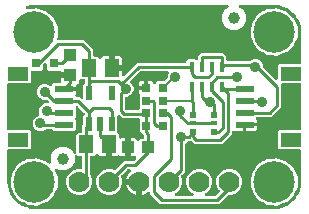
<source format=gbr>
G04 EAGLE Gerber RS-274X export*
G75*
%MOMM*%
%FSLAX34Y34*%
%LPD*%
%INTop Copper*%
%IPPOS*%
%AMOC8*
5,1,8,0,0,1.08239X$1,22.5*%
G01*
%ADD10R,1.240000X1.500000*%
%ADD11R,0.550000X1.200000*%
%ADD12R,1.075000X1.000000*%
%ADD13R,0.450000X0.900000*%
%ADD14R,0.500000X0.500000*%
%ADD15R,0.500000X0.400000*%
%ADD16C,1.778000*%
%ADD17C,3.516000*%
%ADD18R,1.550000X0.600000*%
%ADD19R,1.800000X1.200000*%
%ADD20C,1.000000*%
%ADD21R,0.800000X0.800000*%
%ADD22R,1.000000X1.075000*%
%ADD23R,0.700000X0.725000*%
%ADD24C,0.254000*%
%ADD25C,0.906400*%
%ADD26C,0.203200*%

G36*
X228622Y2543D02*
X228622Y2543D01*
X228700Y2545D01*
X232077Y2810D01*
X232145Y2824D01*
X232214Y2829D01*
X232370Y2869D01*
X238794Y4956D01*
X238901Y5006D01*
X239012Y5050D01*
X239063Y5083D01*
X239082Y5091D01*
X239097Y5104D01*
X239148Y5136D01*
X244612Y9107D01*
X244699Y9188D01*
X244746Y9227D01*
X244752Y9231D01*
X244753Y9233D01*
X244791Y9264D01*
X244829Y9310D01*
X244844Y9324D01*
X244855Y9341D01*
X244893Y9387D01*
X246586Y11717D01*
X246599Y11741D01*
X246616Y11761D01*
X246675Y11879D01*
X246739Y11996D01*
X246746Y12022D01*
X246758Y12046D01*
X246785Y12174D01*
X246799Y12185D01*
X246823Y12196D01*
X246925Y12281D01*
X247031Y12361D01*
X247048Y12382D01*
X247068Y12398D01*
X247171Y12522D01*
X248864Y14852D01*
X248921Y14956D01*
X248985Y15056D01*
X249007Y15113D01*
X249017Y15131D01*
X249022Y15151D01*
X249044Y15206D01*
X251131Y21630D01*
X251144Y21698D01*
X251167Y21764D01*
X251190Y21923D01*
X251455Y25300D01*
X251455Y25304D01*
X251456Y25307D01*
X251455Y25326D01*
X251459Y25400D01*
X251459Y51598D01*
X251444Y51716D01*
X251437Y51835D01*
X251424Y51873D01*
X251419Y51914D01*
X251376Y52024D01*
X251339Y52137D01*
X251317Y52172D01*
X251302Y52209D01*
X251233Y52305D01*
X251169Y52406D01*
X251139Y52434D01*
X251116Y52467D01*
X251024Y52543D01*
X250937Y52624D01*
X250902Y52644D01*
X250871Y52669D01*
X250763Y52720D01*
X250659Y52778D01*
X250619Y52788D01*
X250583Y52805D01*
X250466Y52827D01*
X250351Y52857D01*
X250291Y52861D01*
X250271Y52865D01*
X250250Y52863D01*
X250190Y52867D01*
X232618Y52867D01*
X231427Y54058D01*
X231427Y67742D01*
X232618Y68933D01*
X250190Y68933D01*
X250308Y68948D01*
X250427Y68955D01*
X250465Y68968D01*
X250506Y68973D01*
X250616Y69016D01*
X250729Y69053D01*
X250764Y69075D01*
X250801Y69090D01*
X250897Y69159D01*
X250998Y69223D01*
X251026Y69253D01*
X251059Y69276D01*
X251135Y69368D01*
X251216Y69455D01*
X251236Y69490D01*
X251261Y69521D01*
X251312Y69629D01*
X251370Y69733D01*
X251380Y69773D01*
X251397Y69809D01*
X251419Y69926D01*
X251449Y70041D01*
X251453Y70101D01*
X251457Y70121D01*
X251455Y70142D01*
X251459Y70202D01*
X251459Y107598D01*
X251444Y107716D01*
X251437Y107835D01*
X251424Y107873D01*
X251419Y107914D01*
X251376Y108024D01*
X251339Y108137D01*
X251317Y108172D01*
X251302Y108209D01*
X251233Y108305D01*
X251169Y108406D01*
X251139Y108434D01*
X251116Y108467D01*
X251024Y108543D01*
X250937Y108624D01*
X250902Y108644D01*
X250871Y108669D01*
X250763Y108720D01*
X250659Y108778D01*
X250619Y108788D01*
X250583Y108805D01*
X250466Y108827D01*
X250351Y108857D01*
X250291Y108861D01*
X250271Y108865D01*
X250250Y108863D01*
X250190Y108867D01*
X235418Y108867D01*
X235280Y108850D01*
X235141Y108837D01*
X235122Y108830D01*
X235102Y108827D01*
X234973Y108776D01*
X234842Y108729D01*
X234825Y108718D01*
X234807Y108710D01*
X234694Y108629D01*
X234579Y108551D01*
X234566Y108535D01*
X234549Y108524D01*
X234460Y108416D01*
X234368Y108312D01*
X234359Y108294D01*
X234346Y108279D01*
X234287Y108153D01*
X234224Y108029D01*
X234219Y108009D01*
X234211Y107991D01*
X234185Y107855D01*
X234154Y107719D01*
X234155Y107698D01*
X234151Y107679D01*
X234160Y107540D01*
X234164Y107401D01*
X234170Y107381D01*
X234171Y107361D01*
X234214Y107229D01*
X234252Y107095D01*
X234263Y107078D01*
X234269Y107059D01*
X234343Y106941D01*
X234414Y106821D01*
X234432Y106800D01*
X234439Y106790D01*
X234443Y106786D01*
X234443Y88802D01*
X226238Y80597D01*
X214308Y80597D01*
X214210Y80585D01*
X214111Y80582D01*
X214052Y80565D01*
X213992Y80557D01*
X213900Y80521D01*
X213805Y80494D01*
X213753Y80463D01*
X213697Y80440D01*
X213617Y80382D01*
X213531Y80332D01*
X213456Y80266D01*
X213439Y80254D01*
X213431Y80244D01*
X213410Y80226D01*
X213342Y80157D01*
X213268Y80063D01*
X213189Y79973D01*
X213171Y79937D01*
X213147Y79906D01*
X213099Y79796D01*
X213045Y79689D01*
X213036Y79650D01*
X213020Y79614D01*
X213001Y79496D01*
X212975Y79379D01*
X212977Y79339D01*
X212970Y79300D01*
X212981Y79181D01*
X212985Y79061D01*
X212996Y79023D01*
X213000Y78983D01*
X213040Y78871D01*
X213074Y78756D01*
X213094Y78721D01*
X213108Y78684D01*
X213155Y78614D01*
X213160Y78605D01*
X213578Y77881D01*
X213751Y77234D01*
X213751Y75399D01*
X203690Y75399D01*
X203572Y75384D01*
X203453Y75377D01*
X203415Y75364D01*
X203375Y75359D01*
X203264Y75316D01*
X203151Y75279D01*
X203117Y75257D01*
X203079Y75242D01*
X202983Y75173D01*
X202882Y75109D01*
X202854Y75079D01*
X202822Y75056D01*
X202746Y74964D01*
X202664Y74877D01*
X202645Y74842D01*
X202619Y74811D01*
X202599Y74768D01*
X202522Y74712D01*
X202422Y74649D01*
X202394Y74619D01*
X202361Y74595D01*
X202285Y74504D01*
X202204Y74417D01*
X202184Y74382D01*
X202159Y74350D01*
X202108Y74243D01*
X202050Y74138D01*
X202040Y74099D01*
X202023Y74063D01*
X202001Y73946D01*
X201971Y73830D01*
X201967Y73770D01*
X201963Y73750D01*
X201965Y73730D01*
X201961Y73670D01*
X201961Y68359D01*
X195376Y68359D01*
X194722Y68534D01*
X194615Y68580D01*
X194495Y68636D01*
X194468Y68641D01*
X194444Y68651D01*
X194312Y68671D01*
X194182Y68696D01*
X194156Y68694D01*
X194129Y68698D01*
X193997Y68684D01*
X193865Y68676D01*
X193839Y68668D01*
X193813Y68665D01*
X193688Y68619D01*
X193563Y68578D01*
X193540Y68564D01*
X193514Y68554D01*
X193406Y68479D01*
X193294Y68408D01*
X193275Y68388D01*
X193253Y68373D01*
X193167Y68273D01*
X193076Y68176D01*
X193063Y68152D01*
X193045Y68132D01*
X192986Y68014D01*
X192922Y67898D01*
X192916Y67872D01*
X192904Y67847D01*
X192876Y67718D01*
X192843Y67590D01*
X192841Y67552D01*
X192837Y67536D01*
X192838Y67515D01*
X192833Y67429D01*
X192833Y66242D01*
X184248Y57657D01*
X161192Y57657D01*
X158897Y59952D01*
X158803Y60025D01*
X158714Y60104D01*
X158678Y60122D01*
X158646Y60147D01*
X158537Y60194D01*
X158431Y60248D01*
X158391Y60257D01*
X158354Y60273D01*
X158237Y60292D01*
X158120Y60318D01*
X158080Y60317D01*
X158040Y60323D01*
X157922Y60312D01*
X157803Y60308D01*
X157764Y60297D01*
X157724Y60293D01*
X157611Y60253D01*
X157497Y60220D01*
X157462Y60199D01*
X157457Y60197D01*
X156367Y60197D01*
X156269Y60185D01*
X156170Y60182D01*
X156112Y60165D01*
X156051Y60157D01*
X155959Y60121D01*
X155864Y60093D01*
X155812Y60063D01*
X155756Y60040D01*
X155676Y59982D01*
X155590Y59932D01*
X155515Y59866D01*
X155498Y59854D01*
X155491Y59844D01*
X155469Y59826D01*
X153534Y57891D01*
X153474Y57812D01*
X153406Y57740D01*
X153377Y57687D01*
X153340Y57639D01*
X153300Y57548D01*
X153252Y57462D01*
X153237Y57403D01*
X153213Y57347D01*
X153198Y57249D01*
X153173Y57154D01*
X153167Y57054D01*
X153163Y57033D01*
X153165Y57021D01*
X153163Y56993D01*
X153163Y34192D01*
X150028Y31057D01*
X150009Y31033D01*
X149987Y31014D01*
X149912Y30908D01*
X149833Y30806D01*
X149821Y30778D01*
X149804Y30754D01*
X149758Y30633D01*
X149706Y30514D01*
X149702Y30485D01*
X149691Y30457D01*
X149677Y30328D01*
X149656Y30200D01*
X149659Y30170D01*
X149656Y30141D01*
X149674Y30012D01*
X149686Y29883D01*
X149696Y29855D01*
X149700Y29826D01*
X149752Y29674D01*
X150623Y27573D01*
X150623Y23227D01*
X148960Y19213D01*
X145887Y16140D01*
X145319Y15905D01*
X145258Y15870D01*
X145193Y15844D01*
X145120Y15792D01*
X145042Y15747D01*
X144992Y15699D01*
X144936Y15658D01*
X144878Y15588D01*
X144814Y15526D01*
X144777Y15466D01*
X144733Y15413D01*
X144695Y15331D01*
X144648Y15255D01*
X144627Y15188D01*
X144597Y15125D01*
X144580Y15037D01*
X144554Y14951D01*
X144551Y14881D01*
X144538Y14812D01*
X144543Y14723D01*
X144539Y14633D01*
X144553Y14565D01*
X144557Y14495D01*
X144585Y14410D01*
X144603Y14322D01*
X144634Y14259D01*
X144655Y14193D01*
X144703Y14117D01*
X144743Y14036D01*
X144788Y13983D01*
X144825Y13924D01*
X144891Y13862D01*
X144949Y13794D01*
X145006Y13754D01*
X145057Y13706D01*
X145136Y13663D01*
X145209Y13611D01*
X145274Y13586D01*
X145336Y13552D01*
X145423Y13530D01*
X145507Y13498D01*
X145576Y13490D01*
X145644Y13473D01*
X145804Y13463D01*
X158996Y13463D01*
X159065Y13471D01*
X159135Y13470D01*
X159222Y13491D01*
X159311Y13503D01*
X159376Y13528D01*
X159444Y13545D01*
X159524Y13587D01*
X159607Y13620D01*
X159663Y13661D01*
X159725Y13693D01*
X159792Y13754D01*
X159864Y13806D01*
X159909Y13860D01*
X159961Y13907D01*
X160010Y13982D01*
X160067Y14051D01*
X160097Y14114D01*
X160135Y14173D01*
X160164Y14258D01*
X160203Y14339D01*
X160216Y14408D01*
X160238Y14474D01*
X160246Y14563D01*
X160262Y14651D01*
X160258Y14721D01*
X160264Y14791D01*
X160248Y14879D01*
X160243Y14969D01*
X160221Y15035D01*
X160209Y15104D01*
X160172Y15186D01*
X160145Y15271D01*
X160107Y15330D01*
X160079Y15394D01*
X160023Y15464D01*
X159975Y15540D01*
X159924Y15588D01*
X159880Y15642D01*
X159808Y15696D01*
X159743Y15758D01*
X159682Y15792D01*
X159626Y15834D01*
X159481Y15905D01*
X158913Y16140D01*
X155840Y19213D01*
X154177Y23227D01*
X154177Y27573D01*
X155840Y31587D01*
X158913Y34660D01*
X162927Y36323D01*
X167273Y36323D01*
X171287Y34660D01*
X174360Y31587D01*
X176023Y27573D01*
X176023Y23227D01*
X174360Y19213D01*
X171287Y16140D01*
X170719Y15905D01*
X170658Y15870D01*
X170593Y15844D01*
X170520Y15792D01*
X170442Y15747D01*
X170392Y15699D01*
X170336Y15658D01*
X170278Y15588D01*
X170214Y15526D01*
X170177Y15466D01*
X170133Y15413D01*
X170095Y15331D01*
X170048Y15255D01*
X170027Y15188D01*
X169997Y15125D01*
X169980Y15037D01*
X169954Y14951D01*
X169951Y14881D01*
X169938Y14812D01*
X169943Y14723D01*
X169939Y14633D01*
X169953Y14565D01*
X169957Y14495D01*
X169985Y14410D01*
X170003Y14322D01*
X170034Y14259D01*
X170055Y14193D01*
X170103Y14117D01*
X170143Y14036D01*
X170188Y13983D01*
X170225Y13924D01*
X170291Y13862D01*
X170349Y13794D01*
X170406Y13754D01*
X170457Y13706D01*
X170536Y13663D01*
X170609Y13611D01*
X170674Y13586D01*
X170736Y13552D01*
X170823Y13530D01*
X170907Y13498D01*
X170976Y13490D01*
X171044Y13473D01*
X171204Y13463D01*
X178446Y13463D01*
X178544Y13475D01*
X178643Y13478D01*
X178702Y13495D01*
X178762Y13503D01*
X178854Y13539D01*
X178949Y13567D01*
X179001Y13597D01*
X179057Y13620D01*
X179137Y13678D01*
X179223Y13728D01*
X179298Y13794D01*
X179315Y13806D01*
X179323Y13816D01*
X179344Y13834D01*
X182084Y16574D01*
X182157Y16669D01*
X182235Y16758D01*
X182254Y16794D01*
X182279Y16826D01*
X182326Y16935D01*
X182380Y17041D01*
X182389Y17080D01*
X182405Y17117D01*
X182424Y17235D01*
X182450Y17351D01*
X182448Y17392D01*
X182455Y17432D01*
X182444Y17550D01*
X182440Y17669D01*
X182429Y17708D01*
X182425Y17748D01*
X182385Y17860D01*
X182352Y17975D01*
X182331Y18009D01*
X182317Y18047D01*
X182250Y18146D01*
X182190Y18249D01*
X182150Y18294D01*
X182139Y18311D01*
X182123Y18324D01*
X182084Y18369D01*
X181240Y19213D01*
X179577Y23227D01*
X179577Y27573D01*
X181240Y31587D01*
X184313Y34660D01*
X188327Y36323D01*
X192673Y36323D01*
X196687Y34660D01*
X199760Y31587D01*
X201423Y27573D01*
X201423Y23227D01*
X199760Y19213D01*
X196687Y16140D01*
X192673Y14477D01*
X189854Y14477D01*
X189756Y14465D01*
X189657Y14462D01*
X189598Y14445D01*
X189538Y14437D01*
X189446Y14401D01*
X189351Y14373D01*
X189299Y14343D01*
X189243Y14320D01*
X189163Y14262D01*
X189077Y14212D01*
X189002Y14146D01*
X188985Y14134D01*
X188977Y14124D01*
X188956Y14106D01*
X181708Y6857D01*
X131982Y6857D01*
X123697Y15142D01*
X123697Y15607D01*
X123692Y15647D01*
X123695Y15687D01*
X123672Y15804D01*
X123657Y15923D01*
X123643Y15960D01*
X123635Y15999D01*
X123584Y16107D01*
X123540Y16219D01*
X123517Y16251D01*
X123500Y16287D01*
X123424Y16379D01*
X123354Y16476D01*
X123323Y16501D01*
X123298Y16532D01*
X123201Y16602D01*
X123109Y16679D01*
X123073Y16696D01*
X123040Y16719D01*
X122929Y16763D01*
X122821Y16814D01*
X122782Y16822D01*
X122745Y16836D01*
X122626Y16852D01*
X122509Y16874D01*
X122469Y16872D01*
X122429Y16877D01*
X122311Y16862D01*
X122191Y16854D01*
X122153Y16842D01*
X122114Y16837D01*
X122002Y16793D01*
X121889Y16756D01*
X121855Y16735D01*
X121818Y16720D01*
X121682Y16634D01*
X120291Y15624D01*
X118688Y14807D01*
X116977Y14251D01*
X116799Y14223D01*
X116799Y24170D01*
X116784Y24288D01*
X116777Y24407D01*
X116764Y24445D01*
X116759Y24485D01*
X116716Y24596D01*
X116679Y24709D01*
X116657Y24743D01*
X116642Y24781D01*
X116573Y24877D01*
X116509Y24978D01*
X116479Y25006D01*
X116456Y25038D01*
X116364Y25114D01*
X116277Y25196D01*
X116242Y25215D01*
X116211Y25241D01*
X116103Y25292D01*
X115999Y25349D01*
X115959Y25359D01*
X115923Y25377D01*
X115806Y25399D01*
X115691Y25429D01*
X115631Y25433D01*
X115611Y25436D01*
X115590Y25435D01*
X115530Y25439D01*
X114339Y25439D01*
X114339Y26630D01*
X114324Y26748D01*
X114317Y26867D01*
X114304Y26905D01*
X114299Y26946D01*
X114255Y27056D01*
X114219Y27169D01*
X114197Y27204D01*
X114182Y27241D01*
X114112Y27337D01*
X114049Y27438D01*
X114019Y27466D01*
X113995Y27499D01*
X113904Y27575D01*
X113817Y27656D01*
X113782Y27676D01*
X113750Y27701D01*
X113643Y27752D01*
X113538Y27810D01*
X113499Y27820D01*
X113463Y27837D01*
X113346Y27859D01*
X113230Y27889D01*
X113170Y27893D01*
X113150Y27897D01*
X113130Y27895D01*
X113070Y27899D01*
X103123Y27899D01*
X103151Y28077D01*
X103707Y29788D01*
X104523Y31391D01*
X105581Y32847D01*
X106635Y33901D01*
X106720Y34010D01*
X106809Y34117D01*
X106818Y34136D01*
X106830Y34152D01*
X106885Y34279D01*
X106944Y34405D01*
X106948Y34425D01*
X106956Y34444D01*
X106978Y34582D01*
X107004Y34718D01*
X107003Y34738D01*
X107006Y34758D01*
X106993Y34897D01*
X106984Y35035D01*
X106978Y35054D01*
X106976Y35074D01*
X106929Y35206D01*
X106886Y35337D01*
X106876Y35355D01*
X106869Y35374D01*
X106791Y35489D01*
X106716Y35606D01*
X106702Y35620D01*
X106690Y35637D01*
X106586Y35729D01*
X106485Y35824D01*
X106467Y35834D01*
X106452Y35847D01*
X106328Y35910D01*
X106206Y35978D01*
X106187Y35983D01*
X106169Y35992D01*
X106033Y36022D01*
X105898Y36057D01*
X105870Y36059D01*
X105858Y36062D01*
X105838Y36061D01*
X105738Y36067D01*
X104764Y36067D01*
X104666Y36055D01*
X104567Y36052D01*
X104508Y36035D01*
X104448Y36027D01*
X104356Y35991D01*
X104261Y35963D01*
X104209Y35933D01*
X104153Y35910D01*
X104073Y35852D01*
X103987Y35802D01*
X103912Y35736D01*
X103895Y35724D01*
X103887Y35714D01*
X103866Y35696D01*
X99228Y31057D01*
X99209Y31033D01*
X99187Y31014D01*
X99112Y30908D01*
X99033Y30806D01*
X99021Y30778D01*
X99004Y30754D01*
X98958Y30633D01*
X98906Y30514D01*
X98902Y30485D01*
X98891Y30457D01*
X98877Y30328D01*
X98856Y30200D01*
X98859Y30170D01*
X98856Y30141D01*
X98874Y30012D01*
X98886Y29883D01*
X98896Y29855D01*
X98900Y29826D01*
X98952Y29674D01*
X99823Y27573D01*
X99823Y23227D01*
X98160Y19213D01*
X95087Y16140D01*
X91073Y14477D01*
X86727Y14477D01*
X82713Y16140D01*
X79640Y19213D01*
X77977Y23227D01*
X77977Y27573D01*
X79640Y31587D01*
X82713Y34660D01*
X86727Y36323D01*
X91073Y36323D01*
X93174Y35452D01*
X93202Y35445D01*
X93228Y35431D01*
X93355Y35403D01*
X93480Y35369D01*
X93510Y35368D01*
X93539Y35362D01*
X93668Y35366D01*
X93798Y35363D01*
X93827Y35370D01*
X93857Y35371D01*
X93981Y35407D01*
X94108Y35438D01*
X94134Y35451D01*
X94162Y35460D01*
X94274Y35526D01*
X94389Y35586D01*
X94410Y35606D01*
X94436Y35621D01*
X94557Y35728D01*
X101502Y42673D01*
X108596Y42673D01*
X108694Y42685D01*
X108793Y42688D01*
X108852Y42705D01*
X108912Y42713D01*
X109004Y42749D01*
X109099Y42777D01*
X109151Y42807D01*
X109207Y42830D01*
X109287Y42888D01*
X109373Y42938D01*
X109448Y43004D01*
X109465Y43016D01*
X109473Y43026D01*
X109494Y43044D01*
X111369Y44920D01*
X111459Y45035D01*
X111550Y45149D01*
X111556Y45161D01*
X111564Y45171D01*
X111622Y45305D01*
X111683Y45438D01*
X111685Y45451D01*
X111691Y45463D01*
X111713Y45607D01*
X111739Y45751D01*
X111738Y45764D01*
X111740Y45777D01*
X111727Y45923D01*
X111716Y46068D01*
X111712Y46081D01*
X111711Y46094D01*
X111661Y46231D01*
X111615Y46369D01*
X111607Y46381D01*
X111603Y46393D01*
X111521Y46513D01*
X111442Y46636D01*
X111432Y46645D01*
X111424Y46656D01*
X111316Y46752D01*
X111208Y46852D01*
X111196Y46858D01*
X111186Y46867D01*
X111056Y46933D01*
X110928Y47002D01*
X110915Y47005D01*
X110903Y47011D01*
X110761Y47043D01*
X110619Y47078D01*
X110605Y47078D01*
X110592Y47081D01*
X110447Y47077D01*
X110301Y47075D01*
X110283Y47072D01*
X110275Y47071D01*
X110267Y47069D01*
X107029Y47069D01*
X107029Y53380D01*
X107014Y53498D01*
X107007Y53617D01*
X106994Y53655D01*
X106989Y53695D01*
X106946Y53806D01*
X106909Y53919D01*
X106887Y53953D01*
X106872Y53991D01*
X106803Y54087D01*
X106739Y54188D01*
X106709Y54216D01*
X106686Y54248D01*
X106594Y54324D01*
X106507Y54406D01*
X106472Y54425D01*
X106441Y54451D01*
X106333Y54502D01*
X106229Y54559D01*
X106189Y54569D01*
X106153Y54587D01*
X106046Y54607D01*
X106076Y54611D01*
X106186Y54655D01*
X106299Y54691D01*
X106334Y54713D01*
X106371Y54728D01*
X106467Y54798D01*
X106568Y54861D01*
X106596Y54891D01*
X106629Y54915D01*
X106705Y55006D01*
X106786Y55093D01*
X106806Y55128D01*
X106831Y55160D01*
X106882Y55267D01*
X106940Y55372D01*
X106950Y55411D01*
X106967Y55447D01*
X106989Y55564D01*
X107019Y55680D01*
X107023Y55740D01*
X107027Y55760D01*
X107026Y55767D01*
X107027Y55769D01*
X107026Y55784D01*
X107029Y55840D01*
X107029Y62151D01*
X110239Y62151D01*
X110886Y61978D01*
X111465Y61643D01*
X111938Y61170D01*
X112173Y60763D01*
X112249Y60663D01*
X112320Y60558D01*
X112345Y60536D01*
X112366Y60509D01*
X112464Y60431D01*
X112558Y60348D01*
X112588Y60333D01*
X112615Y60312D01*
X112730Y60261D01*
X112842Y60203D01*
X112874Y60196D01*
X112905Y60182D01*
X113029Y60161D01*
X113152Y60134D01*
X113186Y60135D01*
X113219Y60129D01*
X113344Y60140D01*
X113470Y60143D01*
X113502Y60153D01*
X113536Y60156D01*
X113654Y60197D01*
X113775Y60232D01*
X113804Y60249D01*
X113836Y60260D01*
X113941Y60330D01*
X114049Y60393D01*
X114086Y60426D01*
X114101Y60436D01*
X114116Y60452D01*
X114170Y60500D01*
X115313Y61643D01*
X116958Y61643D01*
X117076Y61658D01*
X117195Y61665D01*
X117233Y61678D01*
X117274Y61683D01*
X117384Y61726D01*
X117497Y61763D01*
X117532Y61785D01*
X117569Y61800D01*
X117665Y61869D01*
X117766Y61933D01*
X117794Y61963D01*
X117827Y61986D01*
X117903Y62078D01*
X117984Y62165D01*
X118004Y62200D01*
X118029Y62231D01*
X118080Y62339D01*
X118138Y62443D01*
X118148Y62483D01*
X118165Y62519D01*
X118187Y62636D01*
X118217Y62751D01*
X118221Y62811D01*
X118225Y62831D01*
X118223Y62852D01*
X118227Y62912D01*
X118227Y64146D01*
X118215Y64244D01*
X118212Y64343D01*
X118195Y64402D01*
X118187Y64462D01*
X118151Y64554D01*
X118123Y64649D01*
X118093Y64701D01*
X118070Y64757D01*
X118012Y64837D01*
X117962Y64923D01*
X117896Y64998D01*
X117884Y65015D01*
X117874Y65023D01*
X117856Y65044D01*
X116608Y66291D01*
X116577Y66387D01*
X116555Y66422D01*
X116540Y66459D01*
X116471Y66555D01*
X116407Y66656D01*
X116377Y66684D01*
X116354Y66717D01*
X116262Y66793D01*
X116175Y66874D01*
X116140Y66894D01*
X116109Y66919D01*
X116001Y66970D01*
X115897Y67028D01*
X115857Y67038D01*
X115821Y67055D01*
X115704Y67077D01*
X115696Y67079D01*
X114467Y68308D01*
X114467Y77282D01*
X114480Y77297D01*
X114488Y77316D01*
X114501Y77332D01*
X114556Y77460D01*
X114615Y77585D01*
X114619Y77605D01*
X114627Y77624D01*
X114649Y77761D01*
X114675Y77898D01*
X114674Y77918D01*
X114677Y77938D01*
X114664Y78076D01*
X114655Y78215D01*
X114649Y78234D01*
X114647Y78254D01*
X114600Y78385D01*
X114557Y78517D01*
X114546Y78535D01*
X114540Y78554D01*
X114462Y78668D01*
X114387Y78786D01*
X114372Y78800D01*
X114361Y78817D01*
X114257Y78909D01*
X114155Y79004D01*
X114138Y79014D01*
X114123Y79027D01*
X113999Y79090D01*
X113877Y79158D01*
X113857Y79163D01*
X113839Y79172D01*
X113703Y79202D01*
X113569Y79237D01*
X113541Y79239D01*
X113529Y79242D01*
X113509Y79241D01*
X113408Y79247D01*
X100232Y79247D01*
X97729Y81750D01*
X97620Y81835D01*
X97513Y81924D01*
X97494Y81932D01*
X97478Y81945D01*
X97350Y82000D01*
X97225Y82059D01*
X97205Y82063D01*
X97186Y82071D01*
X97048Y82093D01*
X96912Y82119D01*
X96892Y82118D01*
X96872Y82121D01*
X96733Y82108D01*
X96595Y82099D01*
X96576Y82093D01*
X96556Y82091D01*
X96424Y82044D01*
X96293Y82001D01*
X96275Y81990D01*
X96256Y81983D01*
X96141Y81905D01*
X96024Y81831D01*
X96010Y81816D01*
X95993Y81805D01*
X95901Y81701D01*
X95806Y81599D01*
X95796Y81582D01*
X95783Y81566D01*
X95719Y81442D01*
X95652Y81321D01*
X95647Y81301D01*
X95638Y81283D01*
X95608Y81147D01*
X95573Y81013D01*
X95571Y80985D01*
X95568Y80973D01*
X95569Y80952D01*
X95563Y80852D01*
X95563Y67646D01*
X95575Y67548D01*
X95578Y67449D01*
X95595Y67391D01*
X95603Y67331D01*
X95639Y67239D01*
X95667Y67143D01*
X95697Y67091D01*
X95720Y67035D01*
X95778Y66955D01*
X95828Y66869D01*
X95894Y66794D01*
X95906Y66778D01*
X95916Y66770D01*
X95935Y66749D01*
X96473Y66210D01*
X96808Y65631D01*
X96981Y64984D01*
X96981Y63312D01*
X96997Y63187D01*
X97006Y63062D01*
X97016Y63030D01*
X97021Y62996D01*
X97067Y62879D01*
X97107Y62760D01*
X97125Y62732D01*
X97138Y62701D01*
X97211Y62599D01*
X97280Y62493D01*
X97305Y62471D01*
X97324Y62443D01*
X97421Y62363D01*
X97514Y62278D01*
X97543Y62262D01*
X97569Y62240D01*
X97683Y62187D01*
X97794Y62127D01*
X97827Y62119D01*
X97857Y62105D01*
X97980Y62081D01*
X98103Y62051D01*
X98136Y62051D01*
X98169Y62045D01*
X98295Y62053D01*
X98421Y62054D01*
X98469Y62064D01*
X98487Y62065D01*
X98507Y62072D01*
X98579Y62086D01*
X98821Y62151D01*
X102031Y62151D01*
X102031Y55840D01*
X102046Y55722D01*
X102053Y55603D01*
X102065Y55565D01*
X102071Y55525D01*
X102114Y55414D01*
X102151Y55301D01*
X102173Y55267D01*
X102188Y55229D01*
X102257Y55133D01*
X102321Y55032D01*
X102351Y55004D01*
X102374Y54972D01*
X102466Y54896D01*
X102553Y54814D01*
X102588Y54795D01*
X102619Y54769D01*
X102727Y54718D01*
X102831Y54661D01*
X102871Y54651D01*
X102907Y54633D01*
X103014Y54613D01*
X102984Y54609D01*
X102874Y54565D01*
X102761Y54529D01*
X102726Y54507D01*
X102689Y54492D01*
X102592Y54422D01*
X102492Y54359D01*
X102464Y54329D01*
X102431Y54305D01*
X102355Y54214D01*
X102274Y54127D01*
X102254Y54092D01*
X102229Y54060D01*
X102178Y53953D01*
X102120Y53848D01*
X102110Y53809D01*
X102093Y53773D01*
X102071Y53656D01*
X102041Y53540D01*
X102037Y53480D01*
X102033Y53460D01*
X102035Y53440D01*
X102031Y53380D01*
X102031Y47069D01*
X98821Y47069D01*
X98174Y47242D01*
X97536Y47611D01*
X97502Y47642D01*
X97460Y47663D01*
X97423Y47692D01*
X97320Y47737D01*
X97221Y47789D01*
X97175Y47800D01*
X97131Y47819D01*
X97020Y47836D01*
X96911Y47862D01*
X96864Y47861D01*
X96817Y47869D01*
X96705Y47858D01*
X96593Y47856D01*
X96548Y47843D01*
X96501Y47839D01*
X96395Y47801D01*
X96287Y47771D01*
X96222Y47738D01*
X96201Y47731D01*
X96186Y47721D01*
X96142Y47699D01*
X95421Y47282D01*
X94774Y47109D01*
X90779Y47109D01*
X90779Y55880D01*
X90764Y55998D01*
X90757Y56117D01*
X90744Y56155D01*
X90739Y56195D01*
X90695Y56306D01*
X90659Y56419D01*
X90637Y56454D01*
X90622Y56491D01*
X90552Y56587D01*
X90489Y56688D01*
X90459Y56716D01*
X90435Y56748D01*
X90344Y56824D01*
X90257Y56906D01*
X90222Y56925D01*
X90190Y56951D01*
X90083Y57002D01*
X89979Y57059D01*
X89939Y57070D01*
X89903Y57087D01*
X89786Y57109D01*
X89671Y57139D01*
X89610Y57143D01*
X89590Y57147D01*
X89570Y57145D01*
X89510Y57149D01*
X86970Y57149D01*
X86852Y57134D01*
X86733Y57127D01*
X86695Y57114D01*
X86655Y57109D01*
X86544Y57065D01*
X86431Y57029D01*
X86396Y57007D01*
X86359Y56992D01*
X86263Y56922D01*
X86162Y56859D01*
X86134Y56829D01*
X86101Y56805D01*
X86026Y56714D01*
X85944Y56627D01*
X85924Y56592D01*
X85899Y56560D01*
X85848Y56453D01*
X85790Y56349D01*
X85780Y56309D01*
X85763Y56273D01*
X85741Y56156D01*
X85711Y56041D01*
X85707Y55980D01*
X85703Y55960D01*
X85705Y55940D01*
X85704Y55934D01*
X85703Y55930D01*
X85704Y55925D01*
X85701Y55880D01*
X85701Y47109D01*
X81706Y47109D01*
X81059Y47282D01*
X80480Y47617D01*
X80007Y48090D01*
X79644Y48719D01*
X79568Y48819D01*
X79497Y48923D01*
X79472Y48946D01*
X79451Y48973D01*
X79353Y49051D01*
X79259Y49134D01*
X79229Y49149D01*
X79202Y49170D01*
X79087Y49221D01*
X78975Y49279D01*
X78942Y49286D01*
X78912Y49300D01*
X78788Y49321D01*
X78665Y49348D01*
X78631Y49347D01*
X78598Y49353D01*
X78473Y49342D01*
X78347Y49339D01*
X78315Y49329D01*
X78281Y49326D01*
X78163Y49285D01*
X78042Y49250D01*
X78013Y49233D01*
X77981Y49222D01*
X77876Y49152D01*
X77768Y49089D01*
X77731Y49056D01*
X77716Y49046D01*
X77701Y49030D01*
X77647Y48982D01*
X76282Y47617D01*
X73812Y47617D01*
X73694Y47602D01*
X73575Y47595D01*
X73537Y47582D01*
X73496Y47577D01*
X73386Y47534D01*
X73273Y47497D01*
X73238Y47475D01*
X73201Y47460D01*
X73105Y47391D01*
X73004Y47327D01*
X72976Y47297D01*
X72943Y47274D01*
X72867Y47182D01*
X72786Y47095D01*
X72766Y47060D01*
X72741Y47029D01*
X72690Y46921D01*
X72632Y46817D01*
X72622Y46777D01*
X72605Y46741D01*
X72583Y46624D01*
X72553Y46509D01*
X72549Y46449D01*
X72545Y46429D01*
X72547Y46408D01*
X72543Y46348D01*
X72543Y32330D01*
X72555Y32232D01*
X72558Y32133D01*
X72575Y32075D01*
X72583Y32015D01*
X72619Y31922D01*
X72647Y31827D01*
X72677Y31775D01*
X72700Y31719D01*
X72713Y31701D01*
X74423Y27573D01*
X74423Y23227D01*
X72760Y19213D01*
X69687Y16140D01*
X65673Y14477D01*
X61327Y14477D01*
X57313Y16140D01*
X54240Y19213D01*
X52577Y23227D01*
X52577Y27573D01*
X54240Y31587D01*
X57313Y34660D01*
X61327Y36323D01*
X64668Y36323D01*
X64786Y36338D01*
X64905Y36345D01*
X64943Y36358D01*
X64984Y36363D01*
X65094Y36406D01*
X65207Y36443D01*
X65242Y36465D01*
X65279Y36480D01*
X65375Y36549D01*
X65476Y36613D01*
X65504Y36643D01*
X65537Y36666D01*
X65613Y36758D01*
X65694Y36845D01*
X65714Y36880D01*
X65739Y36911D01*
X65790Y37019D01*
X65848Y37123D01*
X65858Y37163D01*
X65875Y37199D01*
X65897Y37316D01*
X65927Y37431D01*
X65931Y37491D01*
X65935Y37511D01*
X65933Y37532D01*
X65937Y37592D01*
X65937Y46348D01*
X65922Y46466D01*
X65915Y46585D01*
X65902Y46623D01*
X65897Y46664D01*
X65854Y46774D01*
X65817Y46887D01*
X65795Y46922D01*
X65780Y46959D01*
X65711Y47055D01*
X65647Y47156D01*
X65617Y47184D01*
X65594Y47217D01*
X65502Y47293D01*
X65415Y47374D01*
X65380Y47394D01*
X65349Y47419D01*
X65241Y47470D01*
X65137Y47528D01*
X65097Y47538D01*
X65061Y47555D01*
X64944Y47577D01*
X64829Y47607D01*
X64769Y47611D01*
X64749Y47615D01*
X64728Y47613D01*
X64668Y47617D01*
X62198Y47617D01*
X61697Y48118D01*
X61588Y48203D01*
X61481Y48292D01*
X61462Y48300D01*
X61446Y48313D01*
X61318Y48368D01*
X61193Y48427D01*
X61173Y48431D01*
X61154Y48439D01*
X61016Y48461D01*
X60880Y48487D01*
X60860Y48486D01*
X60840Y48489D01*
X60701Y48476D01*
X60563Y48467D01*
X60544Y48461D01*
X60524Y48459D01*
X60393Y48412D01*
X60261Y48369D01*
X60243Y48358D01*
X60224Y48352D01*
X60110Y48274D01*
X59992Y48199D01*
X59978Y48184D01*
X59961Y48173D01*
X59869Y48069D01*
X59774Y47967D01*
X59764Y47950D01*
X59751Y47935D01*
X59688Y47811D01*
X59620Y47689D01*
X59615Y47669D01*
X59606Y47651D01*
X59576Y47515D01*
X59541Y47381D01*
X59539Y47353D01*
X59536Y47341D01*
X59537Y47321D01*
X59531Y47220D01*
X59531Y42405D01*
X56851Y37764D01*
X52210Y35084D01*
X46850Y35084D01*
X44572Y36400D01*
X44499Y36430D01*
X44430Y36470D01*
X44353Y36492D01*
X44279Y36523D01*
X44200Y36535D01*
X44123Y36556D01*
X44043Y36558D01*
X43964Y36569D01*
X43885Y36561D01*
X43805Y36563D01*
X43728Y36545D01*
X43648Y36536D01*
X43573Y36508D01*
X43496Y36490D01*
X43425Y36453D01*
X43350Y36425D01*
X43285Y36380D01*
X43214Y36343D01*
X43154Y36290D01*
X43089Y36244D01*
X43037Y36184D01*
X42977Y36131D01*
X42933Y36064D01*
X42881Y36003D01*
X42845Y35932D01*
X42801Y35866D01*
X42775Y35790D01*
X42739Y35719D01*
X42723Y35641D01*
X42696Y35566D01*
X42689Y35486D01*
X42673Y35408D01*
X42676Y35328D01*
X42669Y35249D01*
X42683Y35170D01*
X42686Y35090D01*
X42709Y35014D01*
X42722Y34935D01*
X42777Y34786D01*
X42777Y34785D01*
X42778Y34785D01*
X42778Y34784D01*
X45092Y29586D01*
X45092Y21214D01*
X42263Y14859D01*
X42260Y14849D01*
X42250Y14829D01*
X41994Y14211D01*
X41975Y14187D01*
X41970Y14179D01*
X41968Y14175D01*
X41963Y14164D01*
X41900Y14044D01*
X41687Y13566D01*
X37853Y10114D01*
X37841Y10100D01*
X37805Y10068D01*
X36510Y8773D01*
X36441Y8745D01*
X36324Y8678D01*
X36204Y8615D01*
X36177Y8594D01*
X36165Y8587D01*
X36149Y8572D01*
X36078Y8515D01*
X35466Y7965D01*
X31302Y6612D01*
X31283Y6603D01*
X31209Y6577D01*
X29301Y5787D01*
X28965Y5787D01*
X28847Y5772D01*
X28729Y5765D01*
X28670Y5750D01*
X28650Y5747D01*
X28631Y5740D01*
X28573Y5725D01*
X27504Y5378D01*
X23676Y5780D01*
X23658Y5780D01*
X23543Y5787D01*
X21499Y5787D01*
X20951Y6014D01*
X20852Y6041D01*
X20757Y6077D01*
X20665Y6092D01*
X20644Y6098D01*
X20631Y6098D01*
X20598Y6104D01*
X19416Y6228D01*
X19390Y6227D01*
X19364Y6232D01*
X19231Y6224D01*
X19173Y6223D01*
X19147Y6250D01*
X19125Y6265D01*
X19106Y6283D01*
X18972Y6372D01*
X16215Y7964D01*
X16213Y7965D01*
X16210Y7967D01*
X16066Y8038D01*
X14290Y8773D01*
X13693Y9370D01*
X13626Y9422D01*
X13565Y9483D01*
X13451Y9558D01*
X13442Y9565D01*
X13438Y9567D01*
X13431Y9572D01*
X11929Y10439D01*
X10139Y12903D01*
X10126Y12917D01*
X10116Y12933D01*
X10009Y13054D01*
X8773Y14290D01*
X8357Y15296D01*
X8322Y15356D01*
X8297Y15420D01*
X8211Y15556D01*
X7008Y17211D01*
X6447Y19849D01*
X6436Y19883D01*
X6431Y19919D01*
X6379Y20071D01*
X5787Y21499D01*
X5787Y22822D01*
X5781Y22874D01*
X5783Y22926D01*
X5760Y23086D01*
X5268Y25400D01*
X5760Y27714D01*
X5764Y27767D01*
X5777Y27817D01*
X5787Y27978D01*
X5787Y29301D01*
X6379Y30729D01*
X6388Y30763D01*
X6404Y30795D01*
X6447Y30951D01*
X7008Y33589D01*
X8211Y35244D01*
X8244Y35305D01*
X8286Y35360D01*
X8357Y35504D01*
X8773Y36510D01*
X10009Y37746D01*
X10021Y37761D01*
X10036Y37773D01*
X10139Y37897D01*
X11929Y40361D01*
X13431Y41228D01*
X13499Y41280D01*
X13573Y41324D01*
X13675Y41414D01*
X13684Y41421D01*
X13687Y41424D01*
X13693Y41430D01*
X14290Y42027D01*
X16066Y42762D01*
X16068Y42764D01*
X16071Y42764D01*
X16215Y42836D01*
X19179Y44547D01*
X20598Y44696D01*
X20698Y44720D01*
X20799Y44734D01*
X20887Y44764D01*
X20908Y44769D01*
X20920Y44775D01*
X20951Y44786D01*
X21499Y45013D01*
X23543Y45013D01*
X23560Y45015D01*
X23676Y45020D01*
X27504Y45422D01*
X28573Y45075D01*
X28690Y45053D01*
X28805Y45023D01*
X28865Y45019D01*
X28885Y45015D01*
X28906Y45017D01*
X28965Y45013D01*
X29301Y45013D01*
X31209Y44223D01*
X31230Y44217D01*
X31303Y44188D01*
X35466Y42835D01*
X36078Y42285D01*
X36189Y42207D01*
X36297Y42126D01*
X36327Y42111D01*
X36339Y42103D01*
X36359Y42096D01*
X36441Y42055D01*
X36510Y42027D01*
X37363Y41174D01*
X37472Y41089D01*
X37579Y41000D01*
X37598Y40991D01*
X37614Y40979D01*
X37741Y40924D01*
X37867Y40865D01*
X37887Y40861D01*
X37906Y40853D01*
X38044Y40831D01*
X38180Y40805D01*
X38200Y40806D01*
X38220Y40803D01*
X38359Y40816D01*
X38497Y40825D01*
X38516Y40831D01*
X38536Y40833D01*
X38668Y40880D01*
X38799Y40923D01*
X38817Y40933D01*
X38836Y40940D01*
X38951Y41018D01*
X39068Y41093D01*
X39082Y41108D01*
X39099Y41119D01*
X39191Y41223D01*
X39286Y41324D01*
X39296Y41342D01*
X39309Y41357D01*
X39372Y41481D01*
X39440Y41603D01*
X39445Y41623D01*
X39454Y41641D01*
X39484Y41776D01*
X39519Y41911D01*
X39521Y41939D01*
X39524Y41951D01*
X39523Y41971D01*
X39529Y42072D01*
X39529Y47765D01*
X42209Y52406D01*
X46850Y55086D01*
X52210Y55086D01*
X56851Y52406D01*
X58639Y49310D01*
X58727Y49194D01*
X58812Y49076D01*
X58823Y49067D01*
X58831Y49056D01*
X58945Y48966D01*
X59057Y48873D01*
X59070Y48867D01*
X59080Y48859D01*
X59214Y48799D01*
X59345Y48737D01*
X59358Y48735D01*
X59371Y48729D01*
X59515Y48705D01*
X59658Y48677D01*
X59671Y48678D01*
X59684Y48676D01*
X59830Y48688D01*
X59975Y48697D01*
X59988Y48701D01*
X60001Y48702D01*
X60139Y48751D01*
X60277Y48795D01*
X60289Y48802D01*
X60302Y48807D01*
X60423Y48888D01*
X60546Y48965D01*
X60555Y48975D01*
X60567Y48983D01*
X60664Y49091D01*
X60764Y49197D01*
X60771Y49209D01*
X60780Y49219D01*
X60847Y49348D01*
X60918Y49476D01*
X60921Y49489D01*
X60927Y49501D01*
X60961Y49643D01*
X60997Y49783D01*
X60998Y49802D01*
X61000Y49810D01*
X61000Y49827D01*
X61007Y49944D01*
X61007Y65492D01*
X62198Y66683D01*
X64668Y66683D01*
X64786Y66698D01*
X64905Y66705D01*
X64943Y66718D01*
X64984Y66723D01*
X65094Y66766D01*
X65207Y66803D01*
X65242Y66825D01*
X65279Y66840D01*
X65375Y66909D01*
X65476Y66973D01*
X65504Y67003D01*
X65537Y67026D01*
X65613Y67118D01*
X65694Y67205D01*
X65714Y67240D01*
X65739Y67271D01*
X65790Y67379D01*
X65848Y67483D01*
X65858Y67523D01*
X65875Y67559D01*
X65897Y67676D01*
X65927Y67791D01*
X65931Y67851D01*
X65935Y67871D01*
X65933Y67892D01*
X65937Y67952D01*
X65937Y73457D01*
X66626Y74145D01*
X66686Y74224D01*
X66754Y74296D01*
X66783Y74349D01*
X66820Y74397D01*
X66860Y74488D01*
X66908Y74574D01*
X66923Y74633D01*
X66947Y74688D01*
X66962Y74786D01*
X66987Y74882D01*
X66993Y74982D01*
X66997Y75003D01*
X66995Y75015D01*
X66997Y75043D01*
X66997Y81471D01*
X67660Y82134D01*
X67733Y82228D01*
X67812Y82317D01*
X67830Y82353D01*
X67855Y82385D01*
X67903Y82495D01*
X67957Y82601D01*
X67965Y82640D01*
X67982Y82677D01*
X68000Y82795D01*
X68026Y82911D01*
X68025Y82951D01*
X68031Y82991D01*
X68020Y83110D01*
X68017Y83229D01*
X68005Y83268D01*
X68002Y83308D01*
X67961Y83420D01*
X67928Y83534D01*
X67908Y83569D01*
X67894Y83607D01*
X67827Y83706D01*
X67767Y83808D01*
X67727Y83853D01*
X67715Y83870D01*
X67700Y83884D01*
X67660Y83929D01*
X62489Y89100D01*
X62380Y89185D01*
X62273Y89274D01*
X62254Y89282D01*
X62238Y89295D01*
X62110Y89350D01*
X61985Y89409D01*
X61965Y89413D01*
X61946Y89421D01*
X61808Y89443D01*
X61672Y89469D01*
X61652Y89468D01*
X61632Y89471D01*
X61493Y89458D01*
X61355Y89449D01*
X61336Y89443D01*
X61316Y89441D01*
X61184Y89394D01*
X61053Y89351D01*
X61035Y89340D01*
X61016Y89333D01*
X60901Y89255D01*
X60784Y89181D01*
X60770Y89166D01*
X60753Y89155D01*
X60661Y89051D01*
X60566Y88949D01*
X60556Y88932D01*
X60543Y88916D01*
X60479Y88793D01*
X60412Y88671D01*
X60407Y88651D01*
X60398Y88633D01*
X60368Y88497D01*
X60333Y88363D01*
X60331Y88335D01*
X60328Y88323D01*
X60329Y88302D01*
X60323Y88202D01*
X60323Y80058D01*
X60062Y79798D01*
X59989Y79703D01*
X59910Y79614D01*
X59892Y79578D01*
X59867Y79546D01*
X59820Y79437D01*
X59766Y79331D01*
X59757Y79292D01*
X59741Y79254D01*
X59722Y79136D01*
X59696Y79021D01*
X59697Y78980D01*
X59691Y78940D01*
X59702Y78822D01*
X59706Y78703D01*
X59717Y78664D01*
X59721Y78624D01*
X59761Y78512D01*
X59794Y78397D01*
X59815Y78362D01*
X59828Y78324D01*
X59895Y78226D01*
X59956Y78123D01*
X59996Y78078D01*
X60007Y78061D01*
X60022Y78048D01*
X60062Y78003D01*
X60323Y77742D01*
X60323Y70058D01*
X59132Y68867D01*
X41948Y68867D01*
X40590Y70226D01*
X40511Y70286D01*
X40439Y70354D01*
X40386Y70383D01*
X40338Y70420D01*
X40248Y70460D01*
X40161Y70508D01*
X40102Y70523D01*
X40047Y70547D01*
X39949Y70562D01*
X39853Y70587D01*
X39753Y70593D01*
X39733Y70597D01*
X39720Y70595D01*
X39692Y70597D01*
X35957Y70597D01*
X35859Y70585D01*
X35760Y70582D01*
X35702Y70565D01*
X35641Y70557D01*
X35549Y70521D01*
X35454Y70493D01*
X35402Y70463D01*
X35346Y70440D01*
X35266Y70382D01*
X35180Y70332D01*
X35105Y70266D01*
X35088Y70254D01*
X35081Y70244D01*
X35059Y70226D01*
X34199Y69365D01*
X31786Y68365D01*
X29174Y68365D01*
X26761Y69365D01*
X24915Y71211D01*
X23915Y73624D01*
X23915Y76236D01*
X24915Y78649D01*
X26761Y80495D01*
X28931Y81394D01*
X29035Y81453D01*
X29142Y81505D01*
X29172Y81532D01*
X29207Y81552D01*
X29293Y81635D01*
X29384Y81712D01*
X29407Y81745D01*
X29436Y81773D01*
X29498Y81875D01*
X29567Y81972D01*
X29581Y82010D01*
X29602Y82044D01*
X29637Y82158D01*
X29679Y82269D01*
X29684Y82309D01*
X29696Y82348D01*
X29701Y82467D01*
X29715Y82585D01*
X29709Y82625D01*
X29711Y82666D01*
X29687Y82782D01*
X29670Y82900D01*
X29651Y82957D01*
X29647Y82977D01*
X29638Y82995D01*
X29618Y83052D01*
X29221Y84010D01*
X29221Y86622D01*
X30221Y89035D01*
X32067Y90881D01*
X34480Y91881D01*
X36274Y91881D01*
X36412Y91898D01*
X36551Y91911D01*
X36570Y91918D01*
X36590Y91921D01*
X36719Y91972D01*
X36850Y92019D01*
X36867Y92030D01*
X36885Y92038D01*
X36998Y92119D01*
X37113Y92197D01*
X37126Y92213D01*
X37143Y92225D01*
X37232Y92332D01*
X37323Y92436D01*
X37333Y92454D01*
X37346Y92469D01*
X37405Y92595D01*
X37468Y92719D01*
X37473Y92739D01*
X37481Y92757D01*
X37507Y92893D01*
X37538Y93029D01*
X37537Y93050D01*
X37541Y93070D01*
X37532Y93208D01*
X37528Y93347D01*
X37522Y93367D01*
X37521Y93387D01*
X37478Y93519D01*
X37440Y93653D01*
X37429Y93670D01*
X37423Y93689D01*
X37349Y93807D01*
X37278Y93927D01*
X37260Y93948D01*
X37253Y93958D01*
X37238Y93972D01*
X37172Y94048D01*
X36556Y94664D01*
X36477Y94724D01*
X36405Y94792D01*
X36352Y94821D01*
X36304Y94858D01*
X36214Y94898D01*
X36127Y94946D01*
X36068Y94961D01*
X36013Y94985D01*
X35915Y95000D01*
X35819Y95025D01*
X35719Y95031D01*
X35698Y95035D01*
X35686Y95033D01*
X35658Y95035D01*
X32984Y95035D01*
X30571Y96035D01*
X28725Y97881D01*
X27725Y100294D01*
X27725Y102906D01*
X28725Y105319D01*
X30571Y107165D01*
X32984Y108165D01*
X35596Y108165D01*
X38009Y107165D01*
X38207Y106967D01*
X38294Y106900D01*
X38333Y106862D01*
X38350Y106853D01*
X38412Y106801D01*
X38437Y106789D01*
X38458Y106772D01*
X38579Y106720D01*
X38699Y106662D01*
X38725Y106657D01*
X38750Y106646D01*
X38880Y106625D01*
X39010Y106599D01*
X39037Y106600D01*
X39064Y106596D01*
X39195Y106609D01*
X39328Y106615D01*
X39354Y106623D01*
X39380Y106626D01*
X39505Y106671D01*
X39631Y106710D01*
X39654Y106724D01*
X39680Y106734D01*
X39790Y106808D01*
X39902Y106878D01*
X39921Y106897D01*
X39943Y106912D01*
X40031Y107011D01*
X40122Y107107D01*
X40135Y107130D01*
X40153Y107151D01*
X40214Y107269D01*
X40279Y107384D01*
X40291Y107420D01*
X40298Y107434D01*
X40303Y107455D01*
X40314Y107488D01*
X40317Y107496D01*
X40319Y107502D01*
X40330Y107536D01*
X40422Y107881D01*
X40757Y108460D01*
X41230Y108933D01*
X41809Y109268D01*
X42456Y109441D01*
X47070Y109441D01*
X47188Y109456D01*
X47307Y109463D01*
X47345Y109476D01*
X47386Y109481D01*
X47496Y109524D01*
X47609Y109561D01*
X47644Y109583D01*
X47681Y109598D01*
X47777Y109667D01*
X47878Y109731D01*
X47906Y109761D01*
X47939Y109784D01*
X48015Y109876D01*
X48096Y109963D01*
X48116Y109998D01*
X48141Y110029D01*
X48192Y110137D01*
X48250Y110241D01*
X48260Y110281D01*
X48277Y110317D01*
X48299Y110434D01*
X48329Y110549D01*
X48333Y110609D01*
X48337Y110629D01*
X48335Y110650D01*
X48339Y110710D01*
X48339Y113461D01*
X54650Y113461D01*
X54768Y113476D01*
X54887Y113483D01*
X54925Y113495D01*
X54965Y113501D01*
X55076Y113544D01*
X55189Y113581D01*
X55223Y113603D01*
X55261Y113618D01*
X55357Y113687D01*
X55458Y113751D01*
X55486Y113781D01*
X55518Y113804D01*
X55594Y113896D01*
X55676Y113983D01*
X55695Y114018D01*
X55721Y114049D01*
X55772Y114157D01*
X55829Y114261D01*
X55839Y114301D01*
X55857Y114337D01*
X55879Y114454D01*
X55909Y114569D01*
X55913Y114629D01*
X55916Y114649D01*
X55915Y114670D01*
X55919Y114730D01*
X55919Y117190D01*
X55904Y117308D01*
X55897Y117427D01*
X55884Y117465D01*
X55879Y117506D01*
X55835Y117616D01*
X55799Y117729D01*
X55777Y117764D01*
X55762Y117801D01*
X55692Y117897D01*
X55629Y117998D01*
X55599Y118026D01*
X55575Y118059D01*
X55484Y118135D01*
X55397Y118216D01*
X55362Y118236D01*
X55330Y118261D01*
X55223Y118312D01*
X55118Y118370D01*
X55079Y118380D01*
X55043Y118397D01*
X54926Y118419D01*
X54810Y118449D01*
X54750Y118453D01*
X54730Y118457D01*
X54710Y118455D01*
X54650Y118459D01*
X48335Y118459D01*
X48324Y118546D01*
X48317Y118665D01*
X48304Y118703D01*
X48299Y118744D01*
X48256Y118854D01*
X48219Y118967D01*
X48197Y119002D01*
X48182Y119039D01*
X48113Y119135D01*
X48049Y119236D01*
X48019Y119264D01*
X47996Y119297D01*
X47904Y119373D01*
X47817Y119454D01*
X47782Y119474D01*
X47751Y119499D01*
X47643Y119550D01*
X47539Y119608D01*
X47499Y119618D01*
X47463Y119635D01*
X47346Y119657D01*
X47231Y119687D01*
X47171Y119691D01*
X47151Y119695D01*
X47130Y119693D01*
X47070Y119697D01*
X36948Y119697D01*
X35757Y120888D01*
X35757Y124716D01*
X35740Y124854D01*
X35727Y124992D01*
X35720Y125011D01*
X35717Y125031D01*
X35666Y125160D01*
X35619Y125291D01*
X35608Y125308D01*
X35600Y125327D01*
X35519Y125439D01*
X35441Y125554D01*
X35425Y125568D01*
X35414Y125584D01*
X35307Y125673D01*
X35202Y125765D01*
X35184Y125774D01*
X35169Y125787D01*
X35043Y125846D01*
X34919Y125910D01*
X34899Y125914D01*
X34881Y125923D01*
X34745Y125949D01*
X34609Y125979D01*
X34588Y125979D01*
X34569Y125982D01*
X34430Y125974D01*
X34291Y125969D01*
X34271Y125964D01*
X34251Y125963D01*
X34119Y125920D01*
X33985Y125881D01*
X33968Y125871D01*
X33949Y125865D01*
X33831Y125790D01*
X33711Y125720D01*
X33690Y125701D01*
X33680Y125694D01*
X33666Y125679D01*
X33590Y125613D01*
X33194Y125217D01*
X33134Y125139D01*
X33066Y125067D01*
X33037Y125014D01*
X33000Y124966D01*
X32960Y124875D01*
X32912Y124788D01*
X32897Y124730D01*
X32873Y124674D01*
X32858Y124576D01*
X32833Y124480D01*
X32827Y124380D01*
X32823Y124360D01*
X32825Y124348D01*
X32823Y124320D01*
X32823Y120888D01*
X31632Y119697D01*
X23842Y119697D01*
X23724Y119682D01*
X23605Y119675D01*
X23567Y119662D01*
X23526Y119657D01*
X23416Y119614D01*
X23303Y119577D01*
X23268Y119555D01*
X23231Y119540D01*
X23134Y119470D01*
X23034Y119407D01*
X23006Y119377D01*
X22973Y119354D01*
X22897Y119262D01*
X22816Y119175D01*
X22796Y119140D01*
X22771Y119109D01*
X22720Y119001D01*
X22662Y118897D01*
X22652Y118857D01*
X22635Y118821D01*
X22613Y118704D01*
X22583Y118589D01*
X22579Y118529D01*
X22575Y118509D01*
X22577Y118488D01*
X22573Y118428D01*
X22573Y110058D01*
X21382Y108867D01*
X3810Y108867D01*
X3692Y108852D01*
X3573Y108845D01*
X3535Y108832D01*
X3494Y108827D01*
X3384Y108784D01*
X3271Y108747D01*
X3236Y108725D01*
X3199Y108710D01*
X3103Y108641D01*
X3002Y108577D01*
X2974Y108547D01*
X2941Y108524D01*
X2865Y108432D01*
X2784Y108345D01*
X2764Y108310D01*
X2739Y108279D01*
X2688Y108171D01*
X2630Y108067D01*
X2620Y108027D01*
X2603Y107991D01*
X2581Y107874D01*
X2551Y107759D01*
X2547Y107699D01*
X2543Y107679D01*
X2545Y107658D01*
X2541Y107598D01*
X2541Y70202D01*
X2556Y70084D01*
X2563Y69965D01*
X2576Y69927D01*
X2581Y69886D01*
X2624Y69776D01*
X2661Y69663D01*
X2683Y69628D01*
X2698Y69591D01*
X2767Y69495D01*
X2831Y69394D01*
X2861Y69366D01*
X2884Y69333D01*
X2976Y69257D01*
X3063Y69176D01*
X3098Y69156D01*
X3129Y69131D01*
X3237Y69080D01*
X3341Y69022D01*
X3381Y69012D01*
X3417Y68995D01*
X3534Y68973D01*
X3649Y68943D01*
X3709Y68939D01*
X3729Y68935D01*
X3750Y68937D01*
X3810Y68933D01*
X21382Y68933D01*
X22573Y67742D01*
X22573Y54058D01*
X21382Y52867D01*
X3810Y52867D01*
X3692Y52852D01*
X3573Y52845D01*
X3535Y52832D01*
X3494Y52827D01*
X3384Y52784D01*
X3271Y52747D01*
X3236Y52725D01*
X3199Y52710D01*
X3103Y52641D01*
X3002Y52577D01*
X2974Y52547D01*
X2941Y52524D01*
X2865Y52432D01*
X2784Y52345D01*
X2764Y52310D01*
X2739Y52279D01*
X2688Y52171D01*
X2630Y52067D01*
X2620Y52027D01*
X2603Y51991D01*
X2581Y51874D01*
X2551Y51759D01*
X2547Y51699D01*
X2543Y51679D01*
X2545Y51658D01*
X2541Y51598D01*
X2541Y25400D01*
X2543Y25378D01*
X2545Y25300D01*
X2810Y21923D01*
X2824Y21855D01*
X2829Y21786D01*
X2869Y21630D01*
X4956Y15206D01*
X5006Y15099D01*
X5050Y14988D01*
X5083Y14937D01*
X5091Y14918D01*
X5104Y14903D01*
X5136Y14852D01*
X9107Y9388D01*
X9127Y9366D01*
X9138Y9348D01*
X9184Y9305D01*
X9188Y9301D01*
X9264Y9209D01*
X9310Y9171D01*
X9324Y9156D01*
X9342Y9145D01*
X9388Y9107D01*
X14852Y5136D01*
X14956Y5079D01*
X15056Y5015D01*
X15113Y4993D01*
X15131Y4983D01*
X15151Y4978D01*
X15206Y4956D01*
X17945Y4066D01*
X17971Y4061D01*
X17996Y4051D01*
X18127Y4031D01*
X18257Y4006D01*
X18284Y4008D01*
X18310Y4004D01*
X18441Y4018D01*
X18455Y4008D01*
X18474Y3989D01*
X18585Y3917D01*
X18694Y3842D01*
X18719Y3832D01*
X18742Y3818D01*
X18892Y3759D01*
X21630Y2869D01*
X21698Y2856D01*
X21764Y2833D01*
X21923Y2810D01*
X25300Y2545D01*
X25322Y2546D01*
X25400Y2541D01*
X228600Y2541D01*
X228622Y2543D01*
G37*
G36*
X230257Y111602D02*
X230257Y111602D01*
X230395Y111611D01*
X230414Y111617D01*
X230434Y111619D01*
X230566Y111666D01*
X230697Y111709D01*
X230715Y111720D01*
X230734Y111727D01*
X230849Y111805D01*
X230966Y111879D01*
X230980Y111894D01*
X230997Y111905D01*
X231089Y112009D01*
X231184Y112111D01*
X231194Y112128D01*
X231207Y112144D01*
X231271Y112267D01*
X231338Y112389D01*
X231343Y112409D01*
X231352Y112427D01*
X231382Y112563D01*
X231417Y112697D01*
X231419Y112725D01*
X231422Y112737D01*
X231421Y112758D01*
X231427Y112858D01*
X231427Y123742D01*
X232618Y124933D01*
X250190Y124933D01*
X250308Y124948D01*
X250427Y124955D01*
X250465Y124968D01*
X250506Y124973D01*
X250616Y125016D01*
X250729Y125053D01*
X250764Y125075D01*
X250801Y125090D01*
X250897Y125159D01*
X250998Y125223D01*
X251026Y125253D01*
X251059Y125276D01*
X251135Y125368D01*
X251216Y125455D01*
X251236Y125490D01*
X251261Y125521D01*
X251312Y125629D01*
X251370Y125733D01*
X251380Y125773D01*
X251397Y125809D01*
X251419Y125926D01*
X251449Y126041D01*
X251453Y126101D01*
X251457Y126121D01*
X251455Y126142D01*
X251459Y126202D01*
X251459Y152400D01*
X251457Y152422D01*
X251455Y152500D01*
X251190Y155877D01*
X251176Y155945D01*
X251171Y156014D01*
X251131Y156170D01*
X249044Y162594D01*
X248993Y162701D01*
X248950Y162812D01*
X248917Y162863D01*
X248909Y162882D01*
X248896Y162897D01*
X248864Y162948D01*
X247171Y165278D01*
X247153Y165297D01*
X247139Y165320D01*
X247044Y165413D01*
X246953Y165509D01*
X246931Y165524D01*
X246912Y165542D01*
X246798Y165608D01*
X246792Y165624D01*
X246789Y165651D01*
X246740Y165775D01*
X246697Y165900D01*
X246682Y165922D01*
X246672Y165947D01*
X246586Y166083D01*
X244893Y168412D01*
X244812Y168499D01*
X244736Y168591D01*
X244690Y168629D01*
X244676Y168644D01*
X244658Y168655D01*
X244612Y168693D01*
X239148Y172664D01*
X239044Y172721D01*
X238944Y172785D01*
X238887Y172807D01*
X238869Y172817D01*
X238849Y172822D01*
X238794Y172844D01*
X232370Y174931D01*
X232302Y174944D01*
X232236Y174967D01*
X232077Y174990D01*
X228700Y175255D01*
X228678Y175254D01*
X228600Y175259D01*
X199912Y175259D01*
X199768Y175241D01*
X199623Y175226D01*
X199610Y175221D01*
X199597Y175219D01*
X199461Y175166D01*
X199325Y175115D01*
X199313Y175107D01*
X199301Y175102D01*
X199183Y175017D01*
X199063Y174934D01*
X199055Y174923D01*
X199044Y174916D01*
X198951Y174804D01*
X198855Y174693D01*
X198849Y174681D01*
X198841Y174671D01*
X198779Y174539D01*
X198714Y174408D01*
X198711Y174395D01*
X198705Y174383D01*
X198678Y174241D01*
X198647Y174097D01*
X198648Y174084D01*
X198645Y174071D01*
X198654Y173926D01*
X198660Y173780D01*
X198664Y173766D01*
X198665Y173753D01*
X198710Y173615D01*
X198752Y173475D01*
X198759Y173463D01*
X198763Y173451D01*
X198841Y173328D01*
X198917Y173203D01*
X198926Y173193D01*
X198933Y173182D01*
X199039Y173082D01*
X199144Y172980D01*
X199159Y172970D01*
X199165Y172964D01*
X199180Y172956D01*
X199278Y172891D01*
X201631Y171532D01*
X204311Y166891D01*
X204311Y161531D01*
X201631Y156890D01*
X196990Y154210D01*
X191630Y154210D01*
X186989Y156890D01*
X184309Y161531D01*
X184309Y166891D01*
X186989Y171532D01*
X189342Y172891D01*
X189459Y172979D01*
X189576Y173064D01*
X189585Y173075D01*
X189596Y173083D01*
X189686Y173197D01*
X189779Y173309D01*
X189785Y173322D01*
X189793Y173332D01*
X189853Y173466D01*
X189915Y173597D01*
X189917Y173610D01*
X189923Y173623D01*
X189947Y173767D01*
X189975Y173910D01*
X189974Y173923D01*
X189976Y173936D01*
X189964Y174082D01*
X189955Y174227D01*
X189951Y174240D01*
X189949Y174253D01*
X189902Y174391D01*
X189857Y174529D01*
X189850Y174541D01*
X189845Y174554D01*
X189765Y174675D01*
X189687Y174798D01*
X189677Y174807D01*
X189669Y174819D01*
X189562Y174916D01*
X189455Y175016D01*
X189443Y175023D01*
X189433Y175032D01*
X189304Y175099D01*
X189176Y175170D01*
X189163Y175173D01*
X189151Y175179D01*
X189009Y175213D01*
X188869Y175249D01*
X188850Y175250D01*
X188842Y175252D01*
X188825Y175252D01*
X188708Y175259D01*
X25400Y175259D01*
X25378Y175257D01*
X25300Y175255D01*
X21923Y174990D01*
X21855Y174976D01*
X21786Y174971D01*
X21630Y174931D01*
X18892Y174041D01*
X18867Y174030D01*
X18841Y174024D01*
X18724Y173962D01*
X18604Y173906D01*
X18583Y173889D01*
X18560Y173877D01*
X18461Y173788D01*
X18359Y173703D01*
X18343Y173682D01*
X18323Y173664D01*
X18250Y173553D01*
X18172Y173446D01*
X18162Y173421D01*
X18147Y173399D01*
X18103Y173274D01*
X18055Y173150D01*
X18051Y173124D01*
X18042Y173099D01*
X18031Y172967D01*
X18015Y172835D01*
X18018Y172808D01*
X18016Y172782D01*
X18038Y172651D01*
X18054Y172519D01*
X18064Y172495D01*
X18068Y172468D01*
X18122Y172347D01*
X18171Y172224D01*
X18187Y172202D01*
X18198Y172178D01*
X18280Y172074D01*
X18358Y171966D01*
X18378Y171949D01*
X18395Y171928D01*
X18500Y171848D01*
X18603Y171763D01*
X18627Y171752D01*
X18648Y171736D01*
X18770Y171684D01*
X18890Y171628D01*
X18916Y171623D01*
X18941Y171612D01*
X19072Y171593D01*
X19203Y171568D01*
X19229Y171569D01*
X19256Y171565D01*
X19416Y171572D01*
X20598Y171696D01*
X20698Y171720D01*
X20799Y171734D01*
X20887Y171764D01*
X20908Y171769D01*
X20920Y171775D01*
X20951Y171786D01*
X21499Y172013D01*
X23543Y172013D01*
X23560Y172015D01*
X23676Y172020D01*
X27504Y172422D01*
X28573Y172075D01*
X28690Y172053D01*
X28805Y172023D01*
X28865Y172019D01*
X28885Y172015D01*
X28906Y172017D01*
X28965Y172013D01*
X29301Y172013D01*
X31209Y171223D01*
X31230Y171217D01*
X31303Y171188D01*
X35466Y169835D01*
X36078Y169285D01*
X36189Y169207D01*
X36297Y169126D01*
X36327Y169111D01*
X36339Y169103D01*
X36359Y169096D01*
X36441Y169055D01*
X36510Y169027D01*
X37805Y167732D01*
X37819Y167721D01*
X37853Y167686D01*
X41687Y164234D01*
X41900Y163756D01*
X41979Y163626D01*
X42250Y162971D01*
X42255Y162963D01*
X42263Y162941D01*
X45092Y156586D01*
X45092Y148214D01*
X44698Y147328D01*
X44679Y147265D01*
X44651Y147205D01*
X44633Y147113D01*
X44606Y147024D01*
X44603Y146958D01*
X44591Y146892D01*
X44597Y146799D01*
X44593Y146706D01*
X44606Y146641D01*
X44611Y146575D01*
X44639Y146486D01*
X44659Y146395D01*
X44688Y146336D01*
X44709Y146273D01*
X44758Y146194D01*
X44800Y146110D01*
X44843Y146060D01*
X44879Y146004D01*
X44947Y145940D01*
X45008Y145869D01*
X45062Y145831D01*
X45110Y145786D01*
X45192Y145741D01*
X45269Y145688D01*
X45331Y145664D01*
X45389Y145632D01*
X45479Y145609D01*
X45567Y145576D01*
X45633Y145569D01*
X45697Y145553D01*
X45857Y145543D01*
X67408Y145543D01*
X75083Y137868D01*
X75083Y132722D01*
X75098Y132604D01*
X75105Y132485D01*
X75118Y132447D01*
X75123Y132406D01*
X75166Y132296D01*
X75203Y132183D01*
X75225Y132148D01*
X75240Y132111D01*
X75309Y132015D01*
X75373Y131914D01*
X75403Y131886D01*
X75426Y131853D01*
X75518Y131777D01*
X75605Y131696D01*
X75640Y131676D01*
X75671Y131651D01*
X75779Y131600D01*
X75883Y131542D01*
X75923Y131532D01*
X75959Y131515D01*
X76076Y131493D01*
X76191Y131463D01*
X76251Y131459D01*
X76271Y131455D01*
X76292Y131457D01*
X76352Y131453D01*
X78822Y131453D01*
X80187Y130088D01*
X80286Y130011D01*
X80381Y129929D01*
X80411Y129914D01*
X80438Y129893D01*
X80553Y129843D01*
X80666Y129787D01*
X80699Y129780D01*
X80730Y129767D01*
X80854Y129747D01*
X80977Y129721D01*
X81011Y129722D01*
X81044Y129717D01*
X81169Y129728D01*
X81295Y129734D01*
X81327Y129743D01*
X81361Y129747D01*
X81479Y129789D01*
X81599Y129825D01*
X81628Y129843D01*
X81660Y129854D01*
X81764Y129925D01*
X81872Y129990D01*
X81895Y130014D01*
X81923Y130033D01*
X82006Y130127D01*
X82094Y130217D01*
X82121Y130257D01*
X82134Y130271D01*
X82144Y130291D01*
X82184Y130351D01*
X82547Y130980D01*
X83020Y131453D01*
X83599Y131788D01*
X84246Y131961D01*
X88241Y131961D01*
X88241Y123190D01*
X88256Y123072D01*
X88263Y122953D01*
X88276Y122915D01*
X88281Y122875D01*
X88324Y122764D01*
X88361Y122651D01*
X88383Y122616D01*
X88398Y122579D01*
X88468Y122483D01*
X88531Y122382D01*
X88561Y122354D01*
X88585Y122322D01*
X88676Y122246D01*
X88763Y122164D01*
X88798Y122145D01*
X88829Y122119D01*
X88937Y122068D01*
X89041Y122011D01*
X89081Y122000D01*
X89117Y121983D01*
X89234Y121961D01*
X89349Y121931D01*
X89410Y121927D01*
X89430Y121923D01*
X89450Y121925D01*
X89510Y121921D01*
X90781Y121921D01*
X90781Y120650D01*
X90796Y120532D01*
X90803Y120413D01*
X90816Y120375D01*
X90821Y120335D01*
X90865Y120224D01*
X90901Y120111D01*
X90923Y120076D01*
X90938Y120039D01*
X91008Y119943D01*
X91071Y119842D01*
X91101Y119814D01*
X91125Y119781D01*
X91216Y119706D01*
X91303Y119624D01*
X91338Y119604D01*
X91370Y119579D01*
X91477Y119528D01*
X91581Y119470D01*
X91621Y119460D01*
X91657Y119443D01*
X91774Y119421D01*
X91889Y119391D01*
X91950Y119387D01*
X91970Y119383D01*
X91990Y119385D01*
X92050Y119381D01*
X99521Y119381D01*
X99521Y116146D01*
X99538Y116008D01*
X99551Y115869D01*
X99558Y115850D01*
X99561Y115830D01*
X99612Y115701D01*
X99659Y115570D01*
X99670Y115553D01*
X99678Y115535D01*
X99759Y115422D01*
X99837Y115307D01*
X99853Y115294D01*
X99864Y115277D01*
X99972Y115189D01*
X100076Y115096D01*
X100094Y115087D01*
X100109Y115074D01*
X100235Y115015D01*
X100359Y114952D01*
X100379Y114947D01*
X100397Y114939D01*
X100533Y114913D01*
X100669Y114882D01*
X100690Y114883D01*
X100709Y114879D01*
X100848Y114888D01*
X100987Y114892D01*
X101007Y114898D01*
X101027Y114899D01*
X101159Y114942D01*
X101293Y114980D01*
X101310Y114991D01*
X101329Y114997D01*
X101447Y115071D01*
X101567Y115142D01*
X101588Y115160D01*
X101598Y115167D01*
X101612Y115182D01*
X101687Y115248D01*
X112542Y126103D01*
X152898Y126103D01*
X153016Y126118D01*
X153135Y126125D01*
X153173Y126138D01*
X153214Y126143D01*
X153324Y126186D01*
X153437Y126223D01*
X153472Y126245D01*
X153509Y126260D01*
X153605Y126329D01*
X153706Y126393D01*
X153734Y126423D01*
X153767Y126446D01*
X153843Y126538D01*
X153924Y126625D01*
X153944Y126660D01*
X153969Y126691D01*
X154020Y126799D01*
X154078Y126903D01*
X154088Y126943D01*
X154105Y126979D01*
X154127Y127096D01*
X154157Y127211D01*
X154161Y127271D01*
X154165Y127291D01*
X154163Y127312D01*
X154167Y127372D01*
X154167Y128142D01*
X155358Y129333D01*
X161542Y129333D01*
X161981Y128894D01*
X162090Y128809D01*
X162197Y128720D01*
X162216Y128712D01*
X162232Y128699D01*
X162360Y128644D01*
X162485Y128585D01*
X162505Y128581D01*
X162524Y128573D01*
X162662Y128551D01*
X162798Y128525D01*
X162818Y128526D01*
X162838Y128523D01*
X162977Y128536D01*
X163115Y128545D01*
X163134Y128551D01*
X163154Y128553D01*
X163285Y128600D01*
X163417Y128643D01*
X163435Y128654D01*
X163454Y128660D01*
X163568Y128738D01*
X163686Y128813D01*
X163700Y128828D01*
X163717Y128839D01*
X163809Y128943D01*
X163904Y129045D01*
X163914Y129062D01*
X163927Y129077D01*
X163990Y129201D01*
X164058Y129323D01*
X164063Y129343D01*
X164072Y129361D01*
X164102Y129497D01*
X164137Y129631D01*
X164139Y129659D01*
X164142Y129671D01*
X164141Y129691D01*
X164147Y129792D01*
X164147Y131988D01*
X166272Y134113D01*
X185518Y134113D01*
X187453Y132178D01*
X187453Y129948D01*
X187465Y129850D01*
X187468Y129751D01*
X187485Y129692D01*
X187493Y129632D01*
X187529Y129540D01*
X187557Y129445D01*
X187587Y129393D01*
X187610Y129337D01*
X187668Y129256D01*
X187718Y129171D01*
X187784Y129096D01*
X187796Y129079D01*
X187806Y129071D01*
X187824Y129050D01*
X188993Y127882D01*
X189023Y127834D01*
X189053Y127806D01*
X189076Y127773D01*
X189168Y127697D01*
X189255Y127616D01*
X189290Y127596D01*
X189321Y127571D01*
X189429Y127520D01*
X189533Y127462D01*
X189573Y127452D01*
X189609Y127435D01*
X189726Y127413D01*
X189841Y127383D01*
X189901Y127379D01*
X189921Y127375D01*
X189942Y127377D01*
X190002Y127373D01*
X207243Y127373D01*
X207341Y127385D01*
X207440Y127388D01*
X207498Y127405D01*
X207559Y127413D01*
X207651Y127449D01*
X207746Y127477D01*
X207798Y127507D01*
X207854Y127530D01*
X207934Y127588D01*
X208020Y127638D01*
X208095Y127704D01*
X208112Y127716D01*
X208119Y127726D01*
X208141Y127744D01*
X208761Y128365D01*
X211174Y129365D01*
X213786Y129365D01*
X216199Y128365D01*
X218045Y126519D01*
X219045Y124106D01*
X219045Y122702D01*
X219057Y122604D01*
X219060Y122505D01*
X219077Y122446D01*
X219085Y122386D01*
X219121Y122294D01*
X219149Y122199D01*
X219179Y122147D01*
X219202Y122091D01*
X219260Y122011D01*
X219310Y121925D01*
X219376Y121850D01*
X219388Y121833D01*
X219398Y121825D01*
X219416Y121804D01*
X229261Y111960D01*
X229370Y111875D01*
X229477Y111786D01*
X229496Y111778D01*
X229512Y111765D01*
X229640Y111710D01*
X229765Y111651D01*
X229785Y111647D01*
X229804Y111639D01*
X229942Y111617D01*
X230078Y111591D01*
X230098Y111592D01*
X230118Y111589D01*
X230257Y111602D01*
G37*
%LPC*%
G36*
X226876Y5780D02*
X226876Y5780D01*
X226858Y5780D01*
X226743Y5787D01*
X224699Y5787D01*
X224151Y6014D01*
X224053Y6041D01*
X223957Y6077D01*
X223865Y6092D01*
X223844Y6098D01*
X223830Y6098D01*
X223798Y6104D01*
X222379Y6253D01*
X219415Y7964D01*
X219413Y7965D01*
X219410Y7967D01*
X219266Y8038D01*
X217490Y8773D01*
X216893Y9370D01*
X216826Y9422D01*
X216765Y9483D01*
X216651Y9558D01*
X216642Y9565D01*
X216638Y9567D01*
X216631Y9572D01*
X215129Y10439D01*
X213339Y12903D01*
X213326Y12917D01*
X213316Y12933D01*
X213209Y13054D01*
X211973Y14290D01*
X211557Y15296D01*
X211522Y15356D01*
X211497Y15420D01*
X211411Y15556D01*
X210208Y17211D01*
X209647Y19849D01*
X209636Y19883D01*
X209631Y19919D01*
X209579Y20071D01*
X208987Y21499D01*
X208987Y22822D01*
X208981Y22874D01*
X208983Y22926D01*
X208960Y23086D01*
X208468Y25400D01*
X208960Y27714D01*
X208964Y27767D01*
X208977Y27817D01*
X208987Y27978D01*
X208987Y29301D01*
X209579Y30729D01*
X209588Y30763D01*
X209604Y30795D01*
X209647Y30951D01*
X210208Y33589D01*
X211411Y35244D01*
X211444Y35305D01*
X211486Y35360D01*
X211557Y35504D01*
X211973Y36510D01*
X213209Y37746D01*
X213221Y37761D01*
X213236Y37773D01*
X213339Y37897D01*
X215129Y40361D01*
X216631Y41228D01*
X216699Y41280D01*
X216773Y41324D01*
X216875Y41414D01*
X216884Y41421D01*
X216887Y41424D01*
X216893Y41430D01*
X217490Y42027D01*
X219266Y42762D01*
X219268Y42764D01*
X219271Y42764D01*
X219415Y42836D01*
X222379Y44547D01*
X223798Y44696D01*
X223897Y44720D01*
X223999Y44734D01*
X224087Y44764D01*
X224108Y44769D01*
X224120Y44775D01*
X224151Y44786D01*
X224699Y45013D01*
X226743Y45013D01*
X226760Y45015D01*
X226876Y45020D01*
X230704Y45422D01*
X231773Y45075D01*
X231890Y45053D01*
X232005Y45023D01*
X232065Y45019D01*
X232085Y45015D01*
X232106Y45017D01*
X232165Y45013D01*
X232501Y45013D01*
X234409Y44223D01*
X234430Y44217D01*
X234503Y44188D01*
X238666Y42835D01*
X239278Y42285D01*
X239389Y42207D01*
X239497Y42126D01*
X239527Y42111D01*
X239539Y42103D01*
X239559Y42096D01*
X239641Y42055D01*
X239710Y42027D01*
X241005Y40732D01*
X241019Y40721D01*
X241053Y40686D01*
X244887Y37234D01*
X245100Y36756D01*
X245179Y36626D01*
X245450Y35971D01*
X245455Y35963D01*
X245463Y35941D01*
X248292Y29586D01*
X248292Y21214D01*
X245463Y14859D01*
X245460Y14849D01*
X245450Y14829D01*
X245194Y14211D01*
X245175Y14187D01*
X245170Y14178D01*
X245168Y14175D01*
X245163Y14165D01*
X245100Y14044D01*
X244985Y13785D01*
X244977Y13759D01*
X244964Y13736D01*
X244931Y13607D01*
X244914Y13552D01*
X244880Y13536D01*
X244860Y13519D01*
X244836Y13507D01*
X244710Y13407D01*
X241053Y10114D01*
X241041Y10100D01*
X241005Y10068D01*
X239710Y8773D01*
X239641Y8745D01*
X239524Y8678D01*
X239404Y8615D01*
X239377Y8594D01*
X239365Y8587D01*
X239349Y8572D01*
X239278Y8515D01*
X238666Y7965D01*
X234502Y6612D01*
X234483Y6603D01*
X234409Y6577D01*
X232501Y5787D01*
X232165Y5787D01*
X232047Y5772D01*
X231929Y5765D01*
X231870Y5750D01*
X231850Y5747D01*
X231831Y5740D01*
X231773Y5725D01*
X230704Y5378D01*
X226876Y5780D01*
G37*
%LPD*%
%LPC*%
G36*
X226876Y132780D02*
X226876Y132780D01*
X226858Y132780D01*
X226743Y132787D01*
X224699Y132787D01*
X224151Y133014D01*
X224052Y133041D01*
X223957Y133077D01*
X223865Y133092D01*
X223844Y133098D01*
X223831Y133098D01*
X223798Y133104D01*
X222379Y133253D01*
X219415Y134964D01*
X219413Y134965D01*
X219410Y134967D01*
X219266Y135038D01*
X217490Y135773D01*
X216893Y136370D01*
X216826Y136422D01*
X216765Y136483D01*
X216651Y136558D01*
X216642Y136565D01*
X216638Y136567D01*
X216631Y136572D01*
X215129Y137439D01*
X213339Y139903D01*
X213326Y139917D01*
X213316Y139933D01*
X213209Y140054D01*
X211973Y141290D01*
X211557Y142296D01*
X211522Y142356D01*
X211497Y142420D01*
X211411Y142556D01*
X210208Y144211D01*
X209647Y146849D01*
X209636Y146883D01*
X209631Y146919D01*
X209579Y147071D01*
X208987Y148499D01*
X208987Y149822D01*
X208981Y149874D01*
X208983Y149926D01*
X208960Y150086D01*
X208468Y152400D01*
X208960Y154714D01*
X208964Y154767D01*
X208977Y154817D01*
X208987Y154978D01*
X208987Y156301D01*
X209579Y157729D01*
X209588Y157763D01*
X209604Y157795D01*
X209647Y157951D01*
X210208Y160589D01*
X211411Y162244D01*
X211444Y162305D01*
X211486Y162360D01*
X211557Y162504D01*
X211973Y163510D01*
X213209Y164746D01*
X213221Y164761D01*
X213236Y164773D01*
X213339Y164897D01*
X215129Y167361D01*
X216631Y168228D01*
X216699Y168280D01*
X216773Y168324D01*
X216875Y168414D01*
X216884Y168421D01*
X216887Y168424D01*
X216893Y168430D01*
X217490Y169027D01*
X219266Y169762D01*
X219268Y169764D01*
X219271Y169764D01*
X219415Y169836D01*
X222379Y171547D01*
X223798Y171696D01*
X223898Y171720D01*
X223999Y171734D01*
X224087Y171764D01*
X224108Y171769D01*
X224120Y171775D01*
X224151Y171786D01*
X224699Y172013D01*
X226743Y172013D01*
X226760Y172015D01*
X226876Y172020D01*
X230704Y172422D01*
X231773Y172075D01*
X231890Y172053D01*
X232005Y172023D01*
X232065Y172019D01*
X232085Y172015D01*
X232106Y172017D01*
X232165Y172013D01*
X232501Y172013D01*
X234409Y171223D01*
X234430Y171217D01*
X234503Y171188D01*
X238666Y169835D01*
X239278Y169285D01*
X239389Y169207D01*
X239497Y169126D01*
X239527Y169111D01*
X239539Y169103D01*
X239559Y169096D01*
X239641Y169055D01*
X239710Y169027D01*
X241005Y167732D01*
X241019Y167721D01*
X241053Y167686D01*
X244710Y164393D01*
X244732Y164378D01*
X244750Y164359D01*
X244862Y164288D01*
X244910Y164254D01*
X244914Y164217D01*
X244924Y164192D01*
X244929Y164166D01*
X244985Y164015D01*
X245100Y163756D01*
X245179Y163626D01*
X245450Y162971D01*
X245455Y162963D01*
X245463Y162941D01*
X248292Y156586D01*
X248292Y148214D01*
X245463Y141859D01*
X245460Y141849D01*
X245450Y141829D01*
X245194Y141211D01*
X245175Y141187D01*
X245170Y141179D01*
X245168Y141175D01*
X245163Y141164D01*
X245100Y141044D01*
X244887Y140566D01*
X241053Y137114D01*
X241041Y137100D01*
X241005Y137068D01*
X239710Y135773D01*
X239641Y135745D01*
X239524Y135678D01*
X239404Y135615D01*
X239377Y135594D01*
X239365Y135587D01*
X239349Y135572D01*
X239278Y135515D01*
X238666Y134965D01*
X234502Y133612D01*
X234483Y133603D01*
X234409Y133577D01*
X232501Y132787D01*
X232165Y132787D01*
X232047Y132772D01*
X231929Y132765D01*
X231870Y132750D01*
X231850Y132747D01*
X231831Y132740D01*
X231773Y132725D01*
X230704Y132378D01*
X226876Y132780D01*
G37*
%LPD*%
G36*
X113316Y85868D02*
X113316Y85868D01*
X113435Y85875D01*
X113473Y85888D01*
X113514Y85893D01*
X113624Y85936D01*
X113737Y85973D01*
X113772Y85995D01*
X113809Y86010D01*
X113905Y86079D01*
X114006Y86143D01*
X114034Y86173D01*
X114067Y86196D01*
X114143Y86288D01*
X114224Y86375D01*
X114244Y86410D01*
X114269Y86441D01*
X114320Y86549D01*
X114378Y86653D01*
X114388Y86693D01*
X114405Y86729D01*
X114427Y86846D01*
X114457Y86961D01*
X114461Y87021D01*
X114465Y87041D01*
X114463Y87062D01*
X114467Y87122D01*
X114467Y87992D01*
X114478Y88003D01*
X114551Y88097D01*
X114630Y88186D01*
X114648Y88222D01*
X114673Y88254D01*
X114720Y88363D01*
X114774Y88469D01*
X114783Y88509D01*
X114799Y88546D01*
X114818Y88663D01*
X114844Y88779D01*
X114843Y88820D01*
X114849Y88860D01*
X114838Y88979D01*
X114834Y89097D01*
X114823Y89136D01*
X114819Y89176D01*
X114779Y89288D01*
X114746Y89403D01*
X114725Y89438D01*
X114712Y89476D01*
X114645Y89574D01*
X114584Y89677D01*
X114544Y89722D01*
X114533Y89739D01*
X114518Y89752D01*
X114478Y89798D01*
X114467Y89808D01*
X114467Y98900D01*
X114472Y98909D01*
X114483Y98955D01*
X114502Y98998D01*
X114519Y99109D01*
X114545Y99219D01*
X114544Y99266D01*
X114551Y99312D01*
X114541Y99424D01*
X114539Y99536D01*
X114526Y99582D01*
X114522Y99629D01*
X114484Y99735D01*
X114453Y99843D01*
X114421Y99908D01*
X114414Y99928D01*
X114404Y99943D01*
X114382Y99987D01*
X114132Y100419D01*
X113959Y101066D01*
X113959Y103276D01*
X119520Y103276D01*
X119638Y103291D01*
X119757Y103298D01*
X119795Y103310D01*
X119835Y103316D01*
X119946Y103359D01*
X120059Y103396D01*
X120093Y103418D01*
X120131Y103433D01*
X120227Y103502D01*
X120328Y103566D01*
X120356Y103596D01*
X120388Y103619D01*
X120464Y103711D01*
X120546Y103798D01*
X120565Y103833D01*
X120591Y103864D01*
X120642Y103972D01*
X120699Y104076D01*
X120709Y104116D01*
X120727Y104152D01*
X120749Y104269D01*
X120755Y104271D01*
X120796Y104276D01*
X120906Y104320D01*
X121019Y104356D01*
X121054Y104378D01*
X121091Y104393D01*
X121187Y104463D01*
X121288Y104526D01*
X121316Y104556D01*
X121349Y104580D01*
X121425Y104671D01*
X121506Y104758D01*
X121526Y104793D01*
X121551Y104825D01*
X121602Y104932D01*
X121660Y105037D01*
X121670Y105076D01*
X121687Y105112D01*
X121709Y105229D01*
X121739Y105345D01*
X121743Y105405D01*
X121747Y105425D01*
X121745Y105445D01*
X121749Y105505D01*
X121749Y111191D01*
X123834Y111191D01*
X124481Y111018D01*
X125060Y110683D01*
X125533Y110210D01*
X125868Y109631D01*
X125972Y109241D01*
X126030Y109100D01*
X126086Y108958D01*
X126090Y108953D01*
X126092Y108946D01*
X126184Y108822D01*
X126272Y108701D01*
X126278Y108696D01*
X126282Y108691D01*
X126400Y108595D01*
X126517Y108498D01*
X126524Y108495D01*
X126529Y108491D01*
X126669Y108427D01*
X126805Y108362D01*
X126812Y108361D01*
X126818Y108358D01*
X126969Y108331D01*
X127118Y108303D01*
X127124Y108303D01*
X127131Y108302D01*
X127283Y108313D01*
X127435Y108322D01*
X127441Y108324D01*
X127448Y108325D01*
X127593Y108374D01*
X127737Y108420D01*
X127743Y108424D01*
X127750Y108426D01*
X127876Y108508D01*
X128006Y108591D01*
X128011Y108596D01*
X128016Y108599D01*
X128120Y108711D01*
X128224Y108822D01*
X128227Y108828D01*
X128232Y108833D01*
X128304Y108967D01*
X128378Y109101D01*
X128379Y109107D01*
X128382Y109113D01*
X128419Y109261D01*
X128457Y109409D01*
X128458Y109418D01*
X128459Y109422D01*
X128459Y109433D01*
X128462Y109487D01*
X129658Y110683D01*
X134820Y110683D01*
X134919Y110695D01*
X135018Y110698D01*
X135076Y110715D01*
X135136Y110723D01*
X135228Y110759D01*
X135323Y110787D01*
X135375Y110817D01*
X135432Y110840D01*
X135512Y110898D01*
X135597Y110948D01*
X135672Y111014D01*
X135689Y111026D01*
X135697Y111036D01*
X135718Y111054D01*
X137844Y113180D01*
X137904Y113258D01*
X137972Y113330D01*
X138001Y113383D01*
X138038Y113431D01*
X138078Y113522D01*
X138126Y113609D01*
X138141Y113668D01*
X138165Y113723D01*
X138180Y113821D01*
X138205Y113917D01*
X138211Y114017D01*
X138215Y114037D01*
X138213Y114050D01*
X138215Y114078D01*
X138215Y115606D01*
X139100Y117742D01*
X139113Y117790D01*
X139135Y117835D01*
X139155Y117943D01*
X139184Y118049D01*
X139185Y118099D01*
X139194Y118148D01*
X139187Y118257D01*
X139189Y118367D01*
X139178Y118415D01*
X139175Y118465D01*
X139141Y118569D01*
X139115Y118676D01*
X139092Y118720D01*
X139077Y118767D01*
X139018Y118860D01*
X138966Y118957D01*
X138933Y118994D01*
X138906Y119036D01*
X138826Y119111D01*
X138752Y119193D01*
X138711Y119220D01*
X138675Y119254D01*
X138579Y119307D01*
X138487Y119367D01*
X138440Y119384D01*
X138396Y119408D01*
X138290Y119435D01*
X138186Y119471D01*
X138136Y119475D01*
X138088Y119487D01*
X137928Y119497D01*
X115804Y119497D01*
X115706Y119485D01*
X115607Y119482D01*
X115548Y119465D01*
X115488Y119457D01*
X115396Y119421D01*
X115301Y119393D01*
X115249Y119363D01*
X115193Y119340D01*
X115113Y119282D01*
X115027Y119232D01*
X114952Y119166D01*
X114935Y119154D01*
X114927Y119144D01*
X114906Y119126D01*
X106935Y111154D01*
X106862Y111060D01*
X106783Y110971D01*
X106765Y110935D01*
X106740Y110903D01*
X106693Y110793D01*
X106638Y110688D01*
X106630Y110648D01*
X106614Y110611D01*
X106595Y110493D01*
X106569Y110377D01*
X106570Y110337D01*
X106564Y110297D01*
X106575Y110178D01*
X106578Y110059D01*
X106590Y110020D01*
X106594Y109980D01*
X106634Y109868D01*
X106667Y109754D01*
X106687Y109719D01*
X106701Y109681D01*
X106768Y109582D01*
X106828Y109480D01*
X106868Y109435D01*
X106880Y109418D01*
X106895Y109404D01*
X106935Y109359D01*
X108435Y107859D01*
X109435Y105446D01*
X109435Y102834D01*
X108435Y100421D01*
X106589Y98575D01*
X104176Y97575D01*
X103632Y97575D01*
X103514Y97560D01*
X103395Y97553D01*
X103357Y97540D01*
X103316Y97535D01*
X103206Y97492D01*
X103093Y97455D01*
X103058Y97433D01*
X103021Y97418D01*
X102925Y97349D01*
X102824Y97285D01*
X102796Y97255D01*
X102763Y97232D01*
X102687Y97140D01*
X102606Y97053D01*
X102586Y97018D01*
X102561Y96987D01*
X102510Y96879D01*
X102452Y96775D01*
X102442Y96735D01*
X102425Y96699D01*
X102403Y96582D01*
X102373Y96467D01*
X102369Y96407D01*
X102365Y96387D01*
X102367Y96366D01*
X102363Y96306D01*
X102363Y87122D01*
X102378Y87004D01*
X102385Y86885D01*
X102398Y86847D01*
X102403Y86806D01*
X102446Y86696D01*
X102483Y86583D01*
X102505Y86548D01*
X102520Y86511D01*
X102589Y86415D01*
X102653Y86314D01*
X102683Y86286D01*
X102706Y86253D01*
X102798Y86177D01*
X102885Y86096D01*
X102920Y86076D01*
X102951Y86051D01*
X103059Y86000D01*
X103163Y85942D01*
X103203Y85932D01*
X103239Y85915D01*
X103356Y85893D01*
X103471Y85863D01*
X103531Y85859D01*
X103551Y85855D01*
X103572Y85857D01*
X103632Y85853D01*
X113198Y85853D01*
X113316Y85868D01*
G37*
G36*
X65827Y95742D02*
X65827Y95742D01*
X65965Y95751D01*
X65984Y95757D01*
X66004Y95759D01*
X66136Y95806D01*
X66267Y95849D01*
X66285Y95860D01*
X66304Y95867D01*
X66419Y95945D01*
X66536Y96019D01*
X66550Y96034D01*
X66567Y96045D01*
X66659Y96149D01*
X66754Y96251D01*
X66764Y96268D01*
X66777Y96284D01*
X66841Y96408D01*
X66908Y96529D01*
X66913Y96549D01*
X66922Y96567D01*
X66952Y96702D01*
X66987Y96837D01*
X66989Y96865D01*
X66992Y96877D01*
X66991Y96898D01*
X66997Y96998D01*
X66997Y107473D01*
X68106Y108581D01*
X68166Y108659D01*
X68234Y108732D01*
X68263Y108785D01*
X68300Y108832D01*
X68340Y108923D01*
X68388Y109010D01*
X68403Y109069D01*
X68427Y109124D01*
X68442Y109222D01*
X68467Y109318D01*
X68473Y109418D01*
X68477Y109438D01*
X68475Y109451D01*
X68477Y109479D01*
X68477Y111118D01*
X68462Y111236D01*
X68455Y111355D01*
X68442Y111393D01*
X68437Y111434D01*
X68394Y111544D01*
X68357Y111657D01*
X68335Y111692D01*
X68320Y111729D01*
X68251Y111825D01*
X68187Y111926D01*
X68157Y111954D01*
X68134Y111987D01*
X68042Y112063D01*
X67955Y112144D01*
X67920Y112164D01*
X67889Y112189D01*
X67781Y112240D01*
X67677Y112298D01*
X67637Y112308D01*
X67601Y112325D01*
X67484Y112347D01*
X67369Y112377D01*
X67309Y112381D01*
X67289Y112385D01*
X67268Y112383D01*
X67208Y112387D01*
X64690Y112387D01*
X64572Y112372D01*
X64453Y112365D01*
X64415Y112352D01*
X64374Y112347D01*
X64264Y112304D01*
X64151Y112267D01*
X64116Y112245D01*
X64079Y112230D01*
X63983Y112161D01*
X63882Y112097D01*
X63854Y112067D01*
X63821Y112044D01*
X63745Y111952D01*
X63664Y111865D01*
X63644Y111830D01*
X63619Y111799D01*
X63568Y111691D01*
X63510Y111587D01*
X63500Y111547D01*
X63483Y111511D01*
X63461Y111394D01*
X63431Y111279D01*
X63427Y111219D01*
X63423Y111199D01*
X63425Y111178D01*
X63421Y111118D01*
X63421Y110251D01*
X63248Y109604D01*
X62913Y109025D01*
X62440Y108552D01*
X61861Y108217D01*
X61771Y108194D01*
X61667Y108151D01*
X61561Y108116D01*
X61521Y108091D01*
X61477Y108073D01*
X61387Y108006D01*
X61292Y107946D01*
X61260Y107912D01*
X61222Y107884D01*
X61151Y107796D01*
X61074Y107715D01*
X61051Y107673D01*
X61021Y107637D01*
X60975Y107534D01*
X60920Y107436D01*
X60909Y107390D01*
X60889Y107348D01*
X60869Y107237D01*
X60841Y107128D01*
X60836Y107056D01*
X60833Y107035D01*
X60834Y107016D01*
X60831Y106968D01*
X60831Y105399D01*
X50770Y105399D01*
X50652Y105384D01*
X50533Y105377D01*
X50495Y105364D01*
X50455Y105359D01*
X50344Y105316D01*
X50231Y105279D01*
X50197Y105257D01*
X50159Y105242D01*
X50063Y105173D01*
X49962Y105109D01*
X49934Y105079D01*
X49902Y105056D01*
X49826Y104964D01*
X49744Y104877D01*
X49725Y104842D01*
X49699Y104811D01*
X49648Y104703D01*
X49591Y104599D01*
X49581Y104559D01*
X49563Y104523D01*
X49541Y104406D01*
X49511Y104291D01*
X49507Y104231D01*
X49504Y104211D01*
X49505Y104190D01*
X49501Y104130D01*
X49501Y103670D01*
X49516Y103552D01*
X49523Y103433D01*
X49536Y103395D01*
X49541Y103354D01*
X49585Y103244D01*
X49621Y103131D01*
X49643Y103096D01*
X49658Y103059D01*
X49728Y102962D01*
X49791Y102862D01*
X49821Y102834D01*
X49845Y102801D01*
X49936Y102725D01*
X50023Y102644D01*
X50058Y102624D01*
X50090Y102599D01*
X50197Y102548D01*
X50302Y102490D01*
X50341Y102480D01*
X50377Y102463D01*
X50494Y102441D01*
X50610Y102411D01*
X50670Y102407D01*
X50690Y102403D01*
X50710Y102405D01*
X50770Y102401D01*
X60831Y102401D01*
X60831Y100566D01*
X60658Y99919D01*
X60282Y99269D01*
X60269Y99255D01*
X60251Y99219D01*
X60227Y99188D01*
X60179Y99078D01*
X60125Y98971D01*
X60116Y98933D01*
X60100Y98896D01*
X60082Y98778D01*
X60055Y98661D01*
X60057Y98621D01*
X60050Y98582D01*
X60061Y98463D01*
X60065Y98343D01*
X60076Y98305D01*
X60080Y98265D01*
X60120Y98153D01*
X60154Y98038D01*
X60174Y98003D01*
X60187Y97966D01*
X60254Y97867D01*
X60315Y97764D01*
X60354Y97720D01*
X60366Y97703D01*
X60381Y97689D01*
X60422Y97643D01*
X60490Y97574D01*
X60568Y97514D01*
X60641Y97446D01*
X60694Y97417D01*
X60742Y97379D01*
X60832Y97340D01*
X60919Y97292D01*
X60978Y97277D01*
X61034Y97253D01*
X61131Y97238D01*
X61227Y97213D01*
X61328Y97207D01*
X61348Y97203D01*
X61360Y97205D01*
X61388Y97203D01*
X63728Y97203D01*
X64831Y96100D01*
X64940Y96015D01*
X65047Y95926D01*
X65066Y95918D01*
X65082Y95905D01*
X65209Y95850D01*
X65335Y95791D01*
X65355Y95787D01*
X65374Y95779D01*
X65512Y95757D01*
X65648Y95731D01*
X65668Y95732D01*
X65688Y95729D01*
X65827Y95742D01*
G37*
%LPC*%
G36*
X111623Y14251D02*
X111623Y14251D01*
X109912Y14807D01*
X108309Y15623D01*
X106853Y16681D01*
X105581Y17953D01*
X104523Y19409D01*
X103707Y21012D01*
X103151Y22723D01*
X103123Y22901D01*
X111801Y22901D01*
X111801Y14223D01*
X111623Y14251D01*
G37*
%LPD*%
%LPC*%
G36*
X93319Y124459D02*
X93319Y124459D01*
X93319Y131961D01*
X97314Y131961D01*
X97961Y131788D01*
X98540Y131453D01*
X99013Y130980D01*
X99348Y130401D01*
X99521Y129754D01*
X99521Y124459D01*
X93319Y124459D01*
G37*
%LPD*%
%LPC*%
G36*
X204959Y68359D02*
X204959Y68359D01*
X204959Y72401D01*
X213751Y72401D01*
X213751Y70566D01*
X213578Y69919D01*
X213243Y69340D01*
X212770Y68867D01*
X212191Y68532D01*
X211544Y68359D01*
X204959Y68359D01*
G37*
%LPD*%
%LPC*%
G36*
X113959Y106774D02*
X113959Y106774D01*
X113959Y108984D01*
X114132Y109631D01*
X114467Y110210D01*
X114940Y110683D01*
X115519Y111018D01*
X116166Y111191D01*
X118251Y111191D01*
X118251Y106774D01*
X113959Y106774D01*
G37*
%LPD*%
D10*
X69240Y57150D03*
X88240Y57150D03*
D11*
X71780Y74629D03*
X81280Y74629D03*
X90780Y74629D03*
X90780Y100631D03*
X71780Y100631D03*
D10*
X71780Y121920D03*
X90780Y121920D03*
D12*
X121530Y54610D03*
X104530Y54610D03*
D13*
X184450Y105800D03*
X184450Y122800D03*
X175450Y105800D03*
X167450Y105800D03*
X158450Y105800D03*
X158450Y122800D03*
X175450Y122800D03*
X167450Y122800D03*
D14*
X177910Y67430D03*
D15*
X177910Y74930D03*
D14*
X177910Y82430D03*
X159910Y82430D03*
D15*
X159910Y74930D03*
D14*
X159910Y67430D03*
D16*
X63500Y25400D03*
X88900Y25400D03*
X114300Y25400D03*
X139700Y25400D03*
X165100Y25400D03*
X190500Y25400D03*
D17*
X25400Y152400D03*
X228600Y152400D03*
D18*
X203460Y83900D03*
X203460Y93900D03*
X203460Y73900D03*
X203460Y103900D03*
D19*
X242460Y60900D03*
X242460Y116900D03*
D18*
X50540Y93900D03*
X50540Y83900D03*
X50540Y103900D03*
X50540Y73900D03*
D19*
X11540Y116900D03*
X11540Y60900D03*
D20*
X49530Y45085D03*
X194310Y164211D03*
D17*
X25400Y25400D03*
X228600Y25400D03*
D21*
X41790Y125730D03*
X26790Y125730D03*
D22*
X55880Y132960D03*
X55880Y115960D03*
D23*
X120000Y72775D03*
X120000Y105025D03*
X120000Y94275D03*
X120000Y83525D03*
X134000Y72775D03*
X134000Y105025D03*
X134000Y83525D03*
X134000Y94275D03*
D24*
X55880Y109240D02*
X55880Y115960D01*
X55880Y109240D02*
X50540Y103900D01*
X81280Y74629D02*
X81280Y64110D01*
X88240Y57150D01*
D25*
X35560Y114300D03*
X220980Y72390D03*
X81280Y135890D03*
X107950Y92710D03*
X105410Y72390D03*
D24*
X167450Y96910D02*
X171650Y92710D01*
X167450Y96910D02*
X167450Y105800D01*
X171650Y92710D02*
X173800Y92710D01*
X173800Y91320D01*
X177910Y91320D02*
X177910Y82430D01*
X177910Y91320D02*
X173800Y91320D01*
X50540Y83900D02*
X37202Y83900D01*
X35786Y85316D01*
D25*
X35786Y85316D03*
D24*
X203460Y93900D02*
X217250Y93900D01*
X218440Y92710D01*
D25*
X218440Y92710D03*
X173800Y92710D03*
D24*
X186350Y103900D02*
X203460Y103900D01*
X186350Y103900D02*
X184450Y105800D01*
X50540Y73900D02*
X31510Y73900D01*
X30480Y74930D01*
D25*
X30480Y74930D03*
D24*
X159905Y67425D02*
X159910Y67430D01*
X155980Y63500D01*
X149860Y63500D01*
D25*
X149860Y63500D03*
D24*
X149860Y35560D01*
X139700Y25400D01*
X189530Y100720D02*
X184450Y105800D01*
X189530Y100720D02*
X189530Y67610D01*
X182880Y60960D01*
X162560Y60960D01*
X159905Y63615D02*
X159905Y67425D01*
X159905Y63615D02*
X162560Y60960D01*
X175450Y105800D02*
X175450Y109410D01*
X180340Y114300D02*
X196850Y114300D01*
D25*
X196850Y114300D03*
D24*
X180340Y114300D02*
X175450Y109410D01*
X175450Y105800D02*
X175450Y102680D01*
X184958Y93172D02*
X184958Y71120D01*
X184958Y93172D02*
X175450Y102680D01*
X184958Y71120D02*
X181268Y67430D01*
X177910Y67430D01*
D26*
X134000Y105025D02*
X143275Y114300D01*
X144780Y114300D01*
D25*
X144780Y114300D03*
D24*
X159910Y92590D02*
X159910Y82430D01*
X159910Y92590D02*
X158450Y94050D01*
X158450Y105800D01*
D26*
X158225Y94275D02*
X134000Y94275D01*
X158225Y94275D02*
X158450Y94050D01*
D24*
X159910Y74930D02*
X177910Y74930D01*
X175450Y117030D02*
X175450Y122800D01*
X175450Y117030D02*
X172720Y114300D01*
X161290Y114300D01*
X158450Y117140D01*
X158450Y122800D01*
X71780Y121920D02*
X71780Y109220D01*
X71780Y100631D01*
X26950Y125890D02*
X26790Y125730D01*
X26950Y125890D02*
X29197Y125890D01*
X45547Y142240D01*
X71780Y136500D02*
X71780Y121920D01*
X66040Y142240D02*
X45547Y142240D01*
X66040Y142240D02*
X71780Y136500D01*
X120000Y83525D02*
X120000Y82550D01*
X120000Y72775D01*
X120000Y67570D01*
X121530Y66040D02*
X121530Y54610D01*
X121530Y66040D02*
X120000Y67570D01*
X102870Y39370D02*
X88900Y25400D01*
X102870Y39370D02*
X110490Y39370D01*
X121530Y50410D01*
X121530Y54610D01*
X71780Y109220D02*
X73050Y110490D01*
X96520Y110490D01*
X99060Y107950D01*
X102870Y104140D01*
X101600Y82550D02*
X120000Y82550D01*
X99060Y100330D02*
X102870Y104140D01*
X99060Y100330D02*
X99060Y85090D01*
X101600Y82550D01*
X155154Y74930D02*
X159910Y74930D01*
X155154Y74930D02*
X148804Y81280D01*
X148804Y85090D01*
D25*
X148804Y85090D03*
X102870Y104140D03*
D24*
X113910Y122800D02*
X158450Y122800D01*
X113910Y122800D02*
X99060Y107950D01*
X127000Y16510D02*
X133350Y10160D01*
X180340Y10160D01*
X190500Y20320D01*
X190500Y25400D01*
X127000Y30480D02*
X127000Y16510D01*
X134000Y83525D02*
X137455Y83525D01*
X140970Y80010D01*
X140970Y44450D01*
X127000Y30480D01*
X167450Y122800D02*
X167450Y130620D01*
X167640Y130810D02*
X184150Y130810D01*
X167640Y130810D02*
X167450Y130620D01*
X71780Y74629D02*
X69240Y72089D01*
X69240Y57150D01*
X90780Y74629D02*
X90780Y85750D01*
X88900Y87630D01*
X74930Y87630D01*
X71780Y84480D01*
X71780Y74629D01*
X62360Y93900D02*
X50540Y93900D01*
X62360Y93900D02*
X71780Y84480D01*
X69240Y57150D02*
X69240Y31140D01*
X63500Y25400D01*
X184150Y123100D02*
X184150Y130810D01*
X184150Y123100D02*
X184450Y122800D01*
X203460Y83900D02*
X224870Y83900D01*
X231140Y90170D01*
X231140Y105410D01*
X213750Y122800D01*
X212480Y122800D01*
D25*
X212480Y122800D03*
D24*
X211210Y124070D01*
X185720Y124070D01*
X184450Y122800D01*
D25*
X34290Y101600D03*
D24*
X41990Y93900D02*
X50540Y93900D01*
X41990Y93900D02*
X34290Y101600D01*
X41790Y125730D02*
X48650Y125730D01*
X55880Y132960D01*
X120000Y94275D02*
X120295Y93980D01*
X125730Y93980D01*
X127000Y92710D01*
X129155Y72775D02*
X134000Y72775D01*
X127000Y74930D02*
X127000Y92710D01*
X127000Y74930D02*
X129155Y72775D01*
M02*

</source>
